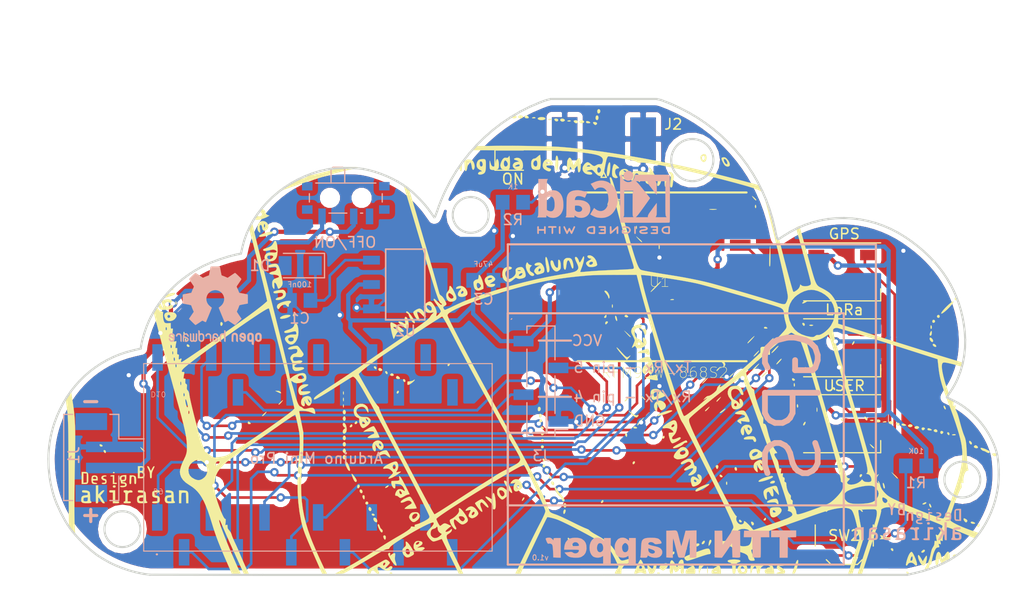
<source format=kicad_pcb>
(kicad_pcb (version 20171130) (host pcbnew 5.0.2-bee76a0~70~ubuntu18.04.1)
  (layers (0 F.Cu signal) (31 B.Cu signal) (34 B.Paste user) (35 F.Paste user) (36 B.SilkS user) (37 F.SilkS user) (38 B.Mask user) (39 F.Mask user) (44 Edge.Cuts user))
  (net 0 "")
  (net 1 "Net-(IC1-Pad1)")
  (net 2 "Net-(IC1-Pad3)")
  (net 3 "Net-(IC1-Pad4)")
  (net 4 "Net-(IC1-Pad8)")
  (net 5 "Net-(IC1-Pad24)")
  (net 6 "Net-(C1-Pad1)")
  (net 7 GND)
  (net 8 +3,3V)
  (net 9 VBAT_SW)
  (net 10 TX_GPS)
  (net 11 RX_GPS)
  (net 12 D13)
  (net 13 D12)
  (net 14 D11)
  (net 15 VBAT)
  (net 16 ANT)
  (net 17 NEOPIXELS)
  (net 18 "Net-(LED1-Pad2)")
  (net 19 "Net-(LED2-Pad2)")
  (net 20 PUSHBUTTON)
  (net 21 "Net-(D2-Pad2)")
  (module lora_node_rfm95_minipro:akirasan_logo (layer B.Cu) (at 178.8 107.1 180)
    (fp_text reference Ref** hide)
    (fp_text value Val** hide)
  )
  (module lora_node_rfm95_minipro:SMA_Molex_73251-1153_EdgeMount_Horizontal (layer F.Cu) (at 149.4028 71.9328 270)
    (fp_text reference J2 (at -2.5328 -6.5972) (layer F.SilkS))
    (fp_text value Conn_ANT)
    (pad 1 smd rect (at -1.72 0 270) (size 5.08 2.29) (layers F.Cu F.Paste F.Mask) (net 16 ANT))
    (pad 2 smd rect (at -1.14 -3.73 270) (size 4.08 2.42) (layers F.Cu F.Paste F.Mask) (net 7 GND))
    (pad 2 smd rect (at -1.16 3.69 270) (size 4.08 2.42) (layers F.Cu F.Paste F.Mask) (net 7 GND))
    (pad 2 smd rect (at -1.14 -3.74 270) (size 4.08 2.42) (layers B.Cu B.Paste B.Mask) (net 7 GND))
    (pad 2 smd rect (at -1.16 3.7 270) (size 4.08 2.42) (layers B.Cu B.Paste B.Mask) (net 7 GND))
    (pad 2 thru_hole circle (at 1.71 -3.74 270) (size 0.97 0.97) (drill 0.46) (layers *.Cu) (net 7 GND))
    (pad 2 thru_hole circle (at 1.62 3.69 270) (size 0.97 0.97) (drill 0.46) (layers *.Cu) (net 7 GND))
    (pad 2 smd rect (at 1.26 -3.74 270) (size 0.95 0.46) (layers F.Cu) (net 7 GND))
    (pad 2 smd rect (at 1.17 3.69 270) (size 0.95 0.46) (layers F.Cu) (net 7 GND))
    (pad 2 smd rect (at 1.26 -3.74 270) (size 0.95 0.46) (layers B.Cu) (net 7 GND))
    (pad 2 smd rect (at 1.17 3.69 270) (size 0.95 0.46) (layers B.Cu) (net 7 GND))
  )
  (module lora_node_rfm95_minipro:SOT230P696X180-4N (layer B.Cu) (at 130.6 84.6)
    (fp_text reference U2 (at 0 4.4) (layer B.SilkS) (effects (justify mirror)))
    (fp_text value LMS8117AMP-3.3 hide)
    (pad 1 smd rect (at -3.2004 2.3114) (size 1.6002 0.8382) (layers B.Cu B.Paste B.Mask) (net 7 GND))
    (pad 2 smd rect (at -3.2004 0) (size 1.6002 0.8382) (layers B.Cu B.Paste B.Mask) (net 8 +3,3V))
    (pad 3 smd rect (at -3.2004 -2.3114) (size 1.6002 0.8382) (layers B.Cu B.Paste B.Mask) (net 6 "Net-(C1-Pad1)"))
    (pad 4 smd rect (at 3.2004 0) (size 1.6002 3.0988) (layers B.Cu B.Paste B.Mask))
  )
  (module LED_SMD:LED_WS2812B_PLCC4_5.0x5.0mm_P3.2mm (layer F.Cu) (at 172 97.8)
    (fp_text reference LED3 hide)
    (fp_text value WS2812B)
    (pad 3 smd rect (at 2.45 1.6) (size 1.5 1) (layers F.Cu F.Paste F.Mask) (net 7 GND))
    (pad 4 smd rect (at 2.45 -1.6) (size 1.5 1) (layers F.Cu F.Paste F.Mask) (net 19 "Net-(LED2-Pad2)"))
    (pad 2 smd rect (at -2.45 1.6) (size 1.5 1) (layers F.Cu F.Paste F.Mask))
    (pad 1 smd rect (at -2.45 -1.6) (size 1.5 1) (layers F.Cu F.Paste F.Mask) (net 8 +3,3V))
  )
  (module LED_SMD:LED_WS2812B_PLCC4_5.0x5.0mm_P3.2mm (layer F.Cu) (at 172 90.6)
    (fp_text reference LED2 hide)
    (fp_text value WS2812B)
    (pad 1 smd rect (at -2.45 -1.6) (size 1.5 1) (layers F.Cu F.Paste F.Mask) (net 8 +3,3V))
    (pad 2 smd rect (at -2.45 1.6) (size 1.5 1) (layers F.Cu F.Paste F.Mask) (net 19 "Net-(LED2-Pad2)"))
    (pad 4 smd rect (at 2.45 -1.6) (size 1.5 1) (layers F.Cu F.Paste F.Mask) (net 18 "Net-(LED1-Pad2)"))
    (pad 3 smd rect (at 2.45 1.6) (size 1.5 1) (layers F.Cu F.Paste F.Mask) (net 7 GND))
  )
  (module LED_SMD:LED_WS2812B_PLCC4_5.0x5.0mm_P3.2mm (layer F.Cu) (at 172 83.4)
    (fp_text reference LED1 hide)
    (fp_text value WS2812B)
    (pad 3 smd rect (at 2.45 1.6) (size 1.5 1) (layers F.Cu F.Paste F.Mask) (net 7 GND))
    (pad 4 smd rect (at 2.45 -1.6) (size 1.5 1) (layers F.Cu F.Paste F.Mask) (net 17 NEOPIXELS))
    (pad 2 smd rect (at -2.45 1.6) (size 1.5 1) (layers F.Cu F.Paste F.Mask) (net 18 "Net-(LED1-Pad2)"))
    (pad 1 smd rect (at -2.45 -1.6) (size 1.5 1) (layers F.Cu F.Paste F.Mask) (net 8 +3,3V))
  )
  (module lora_node_rfm95_minipro:GPS_module_SMD (layer B.Cu) (at 143.4592 93.7768)
    (fp_text reference J3 (at 0.0508 7.0612) (layer B.SilkS) (effects (justify mirror)))
    (fp_text value Conn_GPS)
    (fp_text user GPS (at 23.94 2.28 -90) (layer B.SilkS) (effects (font (size 5 5) (thickness 0.55)) (justify mirror)))
    (pad 3 smd rect (at 1.65 -1.27) (size 1.9 1) (layers B.Cu B.Paste B.Mask) (net 10 TX_GPS))
    (pad 1 smd rect (at 1.65 3.81) (size 1.9 1) (layers B.Cu B.Paste B.Mask) (net 7 GND))
    (pad 4 smd rect (at -1.65 -3.81) (size 1.9 1) (layers B.Cu B.Paste B.Mask) (net 8 +3,3V))
    (pad 2 smd rect (at -1.65 1.27) (size 1.9 1) (layers B.Cu B.Paste B.Mask) (net 11 RX_GPS))
  )
  (module lora_node_rfm95_minipro:ARDPROMINI5_SMD (layer B.Cu) (at 107.0864 108.6104)
    (fp_text reference IC1 hide)
    (fp_text value ARD-PRO-MINI-5 hide)
    (pad 24 smd rect (at 0.047041 -17.091302 90) (size 2.51 1) (layers B.Cu B.Paste B.Mask) (net 5 "Net-(IC1-Pad24)"))
    (pad 22 smd rect (at 5.127041 -17.091302 90) (size 2.51 1) (layers B.Cu B.Paste B.Mask) (net 13 D12))
    (pad 20 smd rect (at 10.207041 -17.091302 90) (size 2.51 1) (layers B.Cu B.Paste B.Mask))
    (pad 18 smd rect (at 15.287041 -17.091302 90) (size 2.51 1) (layers B.Cu B.Paste B.Mask))
    (pad 16 smd rect (at 20.367041 -17.091302 90) (size 2.51 1) (layers B.Cu B.Paste B.Mask) (net 8 +3,3V))
    (pad 14 smd rect (at 25.447041 -17.091302 90) (size 2.51 1) (layers B.Cu B.Paste B.Mask))
    (pad 23 smd rect (at 2.587041 -13.781302 90) (size 2.51 1) (layers B.Cu B.Paste B.Mask) (net 14 D11))
    (pad 21 smd rect (at 7.667041 -13.781302 90) (size 2.51 1) (layers B.Cu B.Paste B.Mask) (net 12 D13))
    (pad 19 smd rect (at 12.747041 -13.781302 90) (size 2.51 1) (layers B.Cu B.Paste B.Mask))
    (pad 17 smd rect (at 17.827041 -13.781302 90) (size 2.51 1) (layers B.Cu B.Paste B.Mask))
    (pad 15 smd rect (at 22.907041 -13.781302 90) (size 2.51 1) (layers B.Cu B.Paste B.Mask))
    (pad 13 smd rect (at 27.987041 -13.781302 90) (size 2.51 1) (layers B.Cu B.Paste B.Mask))
    (pad 12 smd rect (at 27.96 1.385 270) (size 2.51 1) (layers B.Cu B.Paste B.Mask))
    (pad 10 smd rect (at 22.88 1.385 270) (size 2.51 1) (layers B.Cu B.Paste B.Mask))
    (pad 8 smd rect (at 17.8 1.385 270) (size 2.51 1) (layers B.Cu B.Paste B.Mask) (net 4 "Net-(IC1-Pad8)"))
    (pad 6 smd rect (at 12.72 1.385 270) (size 2.51 1) (layers B.Cu B.Paste B.Mask) (net 11 RX_GPS))
    (pad 4 smd rect (at 7.64 1.385 270) (size 2.51 1) (layers B.Cu B.Paste B.Mask) (net 3 "Net-(IC1-Pad4)"))
    (pad 2 smd rect (at 2.56 1.385 270) (size 2.51 1) (layers B.Cu B.Paste B.Mask) (net 17 NEOPIXELS))
    (pad 11 smd rect (at 25.42 -1.925 270) (size 2.51 1) (layers B.Cu B.Paste B.Mask))
    (pad 9 smd rect (at 20.34 -1.925 270) (size 2.51 1) (layers B.Cu B.Paste B.Mask))
    (pad 7 smd rect (at 15.26 -1.925 270) (size 2.51 1) (layers B.Cu B.Paste B.Mask) (net 20 PUSHBUTTON))
    (pad 5 smd rect (at 10.18 -1.925 270) (size 2.51 1) (layers B.Cu B.Paste B.Mask) (net 10 TX_GPS))
    (pad 3 smd rect (at 5.1 -1.925 270) (size 2.51 1) (layers B.Cu B.Paste B.Mask) (net 2 "Net-(IC1-Pad3)"))
    (pad 1 smd rect (at 0.02 -1.925 270) (size 2.51 1) (layers B.Cu B.Paste B.Mask) (net 1 "Net-(IC1-Pad1)"))
  )
  (module Capacitor_SMD:C_0805_2012Metric_Pad1.29x1.40mm_HandSolder (layer B.Cu) (at 120.65 86.106 180)
    (fp_text reference C1 (at 0.05 -1.694 180) (layer B.SilkS) (effects (justify mirror)))
    (fp_text value 100nF (at 0.05 1.506 180) (layer B.SilkS) (effects (font (size 0.5 0.5) (thickness 0.08)) (justify mirror)))
    (pad 1 smd rect (at -0.9675 0 180) (size 1.295 1.4) (layers B.Cu B.Paste B.Mask) (net 6 "Net-(C1-Pad1)"))
    (pad 2 smd rect (at 0.9675 0 180) (size 1.295 1.4) (layers B.Cu B.Paste B.Mask) (net 7 GND))
  )
  (module Capacitor_SMD:C_0805_2012Metric_Pad1.29x1.40mm_HandSolder (layer B.Cu) (at 138 84.2)
    (fp_text reference C3 (at 0 1.8) (layer B.SilkS) (effects (justify mirror)))
    (fp_text value 47uF (at 0 -1.524) (layer B.SilkS) (effects (font (size 0.5 0.5) (thickness 0.08)) (justify mirror)))
    (pad 1 smd rect (at -0.9675 0) (size 1.295 1.4) (layers B.Cu B.Paste B.Mask) (net 8 +3,3V))
    (pad 2 smd rect (at 0.9675 0) (size 1.295 1.4) (layers B.Cu B.Paste B.Mask) (net 7 GND))
  )
  (module Diode_SMD:D_1206_3216Metric_Pad1.22x1.80mm_HandSolder (layer B.Cu) (at 120.65 82.804 180)
    (fp_text reference D1 (at 3.81 0 180) (layer B.SilkS) (effects (justify mirror)))
    (fp_text value D_Schottky_ALT)
    (pad 1 smd rect (at -1.43 0 180) (size 1.22 1.8) (layers B.Cu B.Paste B.Mask) (net 6 "Net-(C1-Pad1)"))
    (pad 2 smd rect (at 1.43 0 180) (size 1.22 1.8) (layers B.Cu B.Paste B.Mask) (net 9 VBAT_SW))
  )
  (module Button_Switch_SMD:SW_SPDT_PCM12 (layer B.Cu) (at 124.968 76.708)
    (fp_text reference SW1 hide)
    (fp_text value SW_SPDT)
    (pad "" np_thru_hole circle (at -1.5 -0.33) (size 0.9 0.9) (drill 0.9) (layers *.Cu *.Mask))
    (pad "" np_thru_hole circle (at 1.5 -0.33) (size 0.9 0.9) (drill 0.9) (layers *.Cu *.Mask))
    (pad 1 smd rect (at -2.25 1.43) (size 0.7 1.5) (layers B.Cu B.Paste B.Mask) (net 9 VBAT_SW))
    (pad 2 smd rect (at 0.75 1.43) (size 0.7 1.5) (layers B.Cu B.Paste B.Mask) (net 15 VBAT))
    (pad 3 smd rect (at 2.25 1.43) (size 0.7 1.5) (layers B.Cu B.Paste B.Mask))
    (pad "" smd rect (at -3.65 -1.43) (size 1 0.8) (layers B.Cu B.Paste B.Mask))
    (pad "" smd rect (at 3.65 -1.43) (size 1 0.8) (layers B.Cu B.Paste B.Mask))
    (pad "" smd rect (at 3.65 0.78) (size 1 0.8) (layers B.Cu B.Paste B.Mask))
    (pad "" smd rect (at -3.65 0.78) (size 1 0.8) (layers B.Cu B.Paste B.Mask))
  )
  (module Button_Switch_SMD:SW_SPST_TL3342 (layer F.Cu) (at 172.2 108.4)
    (fp_text reference SW2 (at 0 0) (layer F.SilkS))
    (fp_text value SW_Push)
    (pad 1 smd rect (at -3.15 -1.9) (size 1.7 1) (layers F.Cu F.Paste F.Mask) (net 7 GND))
    (pad 1 smd rect (at 3.15 -1.9) (size 1.7 1) (layers F.Cu F.Paste F.Mask) (net 7 GND))
    (pad 2 smd rect (at -3.15 1.9) (size 1.7 1) (layers F.Cu F.Paste F.Mask) (net 20 PUSHBUTTON))
    (pad 2 smd rect (at 3.15 1.9) (size 1.7 1) (layers F.Cu F.Paste F.Mask) (net 20 PUSHBUTTON))
  )
  (module Connector_JST:JST_PH_B2B-PH-SM4-TB_1x02-1MP_P2.00mm_Vertical (layer B.Cu) (at 102.6 101 270)
    (fp_text reference J1 (at -0.2 3.4 270) (layer B.SilkS) (effects (justify mirror)))
    (fp_text value Conn_BAT)
    (pad 1 smd rect (at -1 -0.5 270) (size 1 5.5) (layers B.Cu B.Paste B.Mask) (net 7 GND))
    (pad 2 smd rect (at 1 -0.5 270) (size 1 5.5) (layers B.Cu B.Paste B.Mask) (net 15 VBAT))
    (pad MP smd rect (at -3.4 1.75 270) (size 1.6 3) (layers B.Cu B.Paste B.Mask))
    (pad MP smd rect (at 3.4 1.75 270) (size 1.6 3) (layers B.Cu B.Paste B.Mask))
  )
  (module lora_node_rfm95_minipro:XCVR_RFM95W-868S2 (layer F.Cu) (at 154.94 83.8708 180)
    (fp_text reference U1 (at 0.254 -0.4572 180) (layer F.SilkS) (effects (font (size 1.00347 1.00347) (thickness 0.05))))
    (fp_text value RFM95W-868S2 (at -0.26 -9.0932 180) (layer F.SilkS) (effects (font (size 1.00334 1.00334) (thickness 0.05))))
    (pad 16 smd rect (at 7.4 -7) (size 1.95 1.05) (layers F.Cu F.Paste F.Mask) (net 2 "Net-(IC1-Pad3)"))
    (pad 15 smd rect (at 7.4 -5) (size 1.95 1.05) (layers F.Cu F.Paste F.Mask) (net 3 "Net-(IC1-Pad4)"))
    (pad 14 smd rect (at 7.4 -3) (size 1.95 1.05) (layers F.Cu F.Paste F.Mask) (net 4 "Net-(IC1-Pad8)"))
    (pad 13 smd rect (at 7.4 -1) (size 1.95 1.05) (layers F.Cu F.Paste F.Mask) (net 8 +3,3V))
    (pad 12 smd rect (at 7.4 1) (size 1.95 1.05) (layers F.Cu F.Paste F.Mask))
    (pad 11 smd rect (at 7.4 3) (size 1.95 1.05) (layers F.Cu F.Paste F.Mask))
    (pad 10 smd rect (at 7.4 5) (size 1.95 1.05) (layers F.Cu F.Paste F.Mask))
    (pad 9 smd rect (at 7.4 7) (size 1.95 1.05) (layers F.Cu F.Paste F.Mask) (net 16 ANT))
    (pad 8 smd rect (at -7.4 7 180) (size 1.95 1.05) (layers F.Cu F.Paste F.Mask))
    (pad 7 smd rect (at -7.4 5 180) (size 1.95 1.05) (layers F.Cu F.Paste F.Mask))
    (pad 6 smd rect (at -7.4 3 180) (size 1.95 1.05) (layers F.Cu F.Paste F.Mask) (net 1 "Net-(IC1-Pad1)"))
    (pad 5 smd rect (at -7.4 1 180) (size 1.95 1.05) (layers F.Cu F.Paste F.Mask) (net 5 "Net-(IC1-Pad24)"))
    (pad 4 smd rect (at -7.4 -1 180) (size 1.95 1.05) (layers F.Cu F.Paste F.Mask) (net 12 D13))
    (pad 3 smd rect (at -7.4 -3 180) (size 1.95 1.05) (layers F.Cu F.Paste F.Mask) (net 14 D11))
    (pad 2 smd rect (at -7.4 -5 180) (size 1.95 1.05) (layers F.Cu F.Paste F.Mask) (net 13 D12))
    (pad 1 smd rect (at -7.4 -7 180) (size 1.95 1.05) (layers F.Cu F.Paste F.Mask) (net 7 GND))
  )
  (module Diode_SMD:D_0805_2012Metric_Pad1.12x1.40mm_HandSolder (layer F.Cu) (at 140.8 72.8)
    (fp_text reference D2 hide)
    (fp_text value LED)
    (pad 1 smd rect (at -0.88 0) (size 1.12 1.4) (layers F.Cu F.Paste F.Mask) (net 7 GND))
    (pad 2 smd rect (at 0.88 0) (size 1.12 1.4) (layers F.Cu F.Paste F.Mask) (net 21 "Net-(D2-Pad2)"))
  )
  (module Resistor_SMD:R_0805_2012Metric_Pad1.29x1.40mm_HandSolder (layer B.Cu) (at 179 101.8 180)
    (fp_text reference R1 (at 0 -1.6 180) (layer B.SilkS) (effects (justify mirror)))
    (fp_text value 10K (at 0 1.4 180) (layer B.SilkS) (effects (font (size 0.5 0.5) (thickness 0.08)) (justify mirror)))
    (pad 2 smd rect (at 0.9675 0 180) (size 1.295 1.4) (layers B.Cu B.Paste B.Mask) (net 20 PUSHBUTTON))
    (pad 1 smd rect (at -0.9675 0 180) (size 1.295 1.4) (layers B.Cu B.Paste B.Mask) (net 8 +3,3V))
  )
  (module Resistor_SMD:R_0805_2012Metric_Pad1.29x1.40mm_HandSolder (layer B.Cu) (at 140.8 76.8)
    (fp_text reference R2 (at 0 1.65) (layer B.SilkS) (effects (justify mirror)))
    (fp_text value 1K (at 0 -1.5) (layer B.SilkS) (effects (font (size 0.5 0.5) (thickness 0.08)) (justify mirror)))
    (pad 1 smd rect (at -0.9675 0) (size 1.295 1.4) (layers B.Cu B.Paste B.Mask) (net 8 +3,3V))
    (pad 2 smd rect (at 0.9675 0) (size 1.295 1.4) (layers B.Cu B.Paste B.Mask) (net 21 "Net-(D2-Pad2)"))
  )
  (module lora_node_rfm95_minipro:calles_ok (layer F.Cu) (at 143.2 72.4)
    (fp_text reference "" (at 0 0) (layer F.SilkS) (effects (font (size 1.27 1.27))))
    (fp_text value "" (at 0 0) (layer F.SilkS) (effects (font (size 1.27 1.27))))
  )
  (module lora_node_rfm95_minipro:arduino_small_logo (layer F.Cu) (at 153.2 104.9)
    (fp_text reference "" (at 0 0) (layer F.SilkS) (effects (font (size 1.27 1.27))))
    (fp_text value "" (at 0 0) (layer F.SilkS) (effects (font (size 1.27 1.27))))
  )
  (module lora_node_rfm95_minipro:lorawan_logo_small (layer F.Cu) (at 104.1 98.3)
    (fp_text reference Ref** hide)
    (fp_text value Val** hide)
  )
  (module lora_node_rfm95_minipro:ttnmapper_logo (layer F.Cu) (at 128.2 107.9)
    (fp_text reference Ref** hide)
    (fp_text value Val** hide)
  )
  (module lora_node_rfm95_minipro:ttn_cat_logo_small_silks (layer F.Cu) (at 131.7 97)
    (fp_text reference Ref** hide)
    (fp_text value Val** hide)
  )
  (module Symbol:KiCad-Logo2_6mm_SilkScreen (layer B.Cu) (at 149.4 76.8 180)
    (fp_text reference REF** hide)
    (fp_text value KiCad-Logo2_6mm_SilkScreen hide)
  )
  (module Symbol:OSHW-Logo2_9.8x8mm_SilkScreen (layer B.Cu) (at 112.6 86.6 180)
    (fp_text reference REF** hide)
    (fp_text value OSHW-Logo2_9.8x8mm_SilkScreen hide)
  )
  (module lora_node_rfm95_minipro:akirasan_logo (layer F.Cu) (at 104.4 103.6)
    (fp_text reference Ref** hide)
    (fp_text value Val** hide)
  )
  (module lora_node_rfm95_minipro:ttnmapper_logo_small_silks (layer B.Cu) (at 156.9 109.4 180)
    (fp_text reference Ref** hide)
    (fp_text value Val** hide)
  )
  (gr_text v1.0 (at 143.4 110.5) (layer B.SilkS) (effects (font (size 0.5 0.5) (thickness 0.08)) (justify mirror)))
  (gr_text ANT (at 150.4 76.8) (layer F.SilkS) (effects (font (size 0.5 0.5))))
  (gr_text USER (at 172.2 94.2) (layer F.SilkS) (effects (font (size 1 1))))
  (gr_text LoRa (at 172.2 87) (layer F.SilkS) (effects (font (size 1 1))))
  (gr_text GPS (at 172.2 79.8) (layer F.SilkS) (effects (font (size 1 1))))
  (gr_text D9 (at 107.2 104.2 180) (layer B.SilkS) (effects (font (size 0.5 0.5) (thickness 0.05)) (justify mirror)))
  (gr_text D10 (at 107.2 95 180) (layer B.SilkS) (effects (font (size 0.5 0.5) (thickness 0.05)) (justify mirror)))
  (gr_text OFF/ON (at 124.9 80.6) (layer B.SilkS) (effects (font (size 1 1)) (justify mirror)))
  (gr_text ON (at 140.8 74.6) (layer F.SilkS) (effects (font (size 1 1))))
  (gr_line (start 144.4 67) (end 154.4 67) (layer Edge.Cuts) (width 0.2))
  (gr_text "Arduino Mini Pro" (at 122.174 101.092) (layer B.SilkS) (effects (font (size 1 1)) (justify mirror)))
  (gr_line (start 146.304 95.25) (end 143.256 95.25) (layer B.SilkS) (width 0.2))
  (gr_line (start 146.304 89.916) (end 143.256 89.916) (layer B.SilkS) (width 0.2))
  (gr_text "Tx/Rx - pin 5" (at 152.146 92.456) (layer B.SilkS) (effects (font (size 1 1)) (justify mirror)))
  (gr_text "Rx/Tx - pin 4" (at 152.146 95.25) (layer B.SilkS) (effects (font (size 1 1)) (justify mirror)))
  (gr_text GND (at 148.082 97.536) (layer B.SilkS) (effects (font (size 1 1)) (justify mirror)))
  (gr_text VCC (at 147.828 89.916) (layer B.SilkS) (effects (font (size 1 1)) (justify mirror)))
  (gr_text - (at 100.8 95.6) (layer B.SilkS) (effects (font (size 1.5 1.5) (thickness 0.3))))
  (gr_text + (at 100.8 106.4) (layer B.SilkS) (effects (font (size 1.5 1.5) (thickness 0.3))))
  (gr_circle (center 183.388 103.1) (end 185.088 103.1) (layer Edge.Cuts) (width 0.2))
  (gr_circle (center 103.8 107.8) (end 105.5 107.8) (layer Edge.Cuts) (width 0.2))
  (gr_circle (center 136.8 78) (end 138.5 78) (layer Edge.Cuts) (width 0.2))
  (gr_circle (center 157.8 72.8) (end 159.8 72.8) (layer Edge.Cuts) (width 0.2))
  (gr_line (start 155.732002 67.450986) (end 156.622766 67.855592) (layer Edge.Cuts) (width 0.2))
  (gr_line (start 123.56669 73.623739) (end 123.982539 73.58379) (layer Edge.Cuts) (width 0.2))
  (gr_line (start 97.355788 97.73724) (end 97.597831 97.088746) (layer Edge.Cuts) (width 0.2))
  (gr_line (start 156.622766 67.855592) (end 157.474627 68.297751) (layer Edge.Cuts) (width 0.2))
  (gr_line (start 99.312716 94.227568) (end 99.748309 93.73928) (layer Edge.Cuts) (width 0.2))
  (gr_line (start 178.163451 112.134568) (end 142.417134 112.143564) (layer Edge.Cuts) (width 0.2))
  (gr_line (start 178.905842 111.962906) (end 178.163451 112.134568) (layer Edge.Cuts) (width 0.2))
  (gr_line (start 115.164915 81.077803) (end 115.342477 80.411529) (layer Edge.Cuts) (width 0.2))
  (gr_line (start 186.738141 103.997943) (end 186.626744 104.571083) (layer Edge.Cuts) (width 0.2))
  (gr_line (start 185.589471 98.30059) (end 185.811666 98.645554) (layer Edge.Cuts) (width 0.2))
  (gr_line (start 106.746068 87.223359) (end 106.983781 86.833813) (layer Edge.Cuts) (width 0.2))
  (gr_line (start 166.07149 80.241587) (end 166.424735 80.008331) (layer Edge.Cuts) (width 0.2))
  (gr_line (start 129.874807 74.836036) (end 130.354399 75.12676) (layer Edge.Cuts) (width 0.2))
  (gr_line (start 97.597831 97.088746) (end 97.875102 96.464223) (layer Edge.Cuts) (width 0.2))
  (gr_line (start 133.986366 76.645955) (end 134.193209 76.154677) (layer Edge.Cuts) (width 0.2))
  (gr_line (start 105.535274 90.675854) (end 105.578185 90.366477) (layer Edge.Cuts) (width 0.2))
  (gr_line (start 159.080846 69.314298) (end 159.832392 69.885097) (layer Edge.Cuts) (width 0.2))
  (gr_line (start 182.13741 110.745294) (end 181.640285 111.009083) (layer Edge.Cuts) (width 0.2))
  (gr_line (start 182.614557 110.453009) (end 182.13741 110.745294) (layer Edge.Cuts) (width 0.2))
  (gr_line (start 96.827232 100.269355) (end 96.873399 99.837925) (layer Edge.Cuts) (width 0.2))
  (gr_line (start 181.921989 95.301327) (end 182.605477 95.64084) (layer Edge.Cuts) (width 0.2))
  (gr_line (start 97.225787 98.147793) (end 97.355788 97.73724) (layer Edge.Cuts) (width 0.2))
  (gr_line (start 183.070929 110.133313) (end 182.614557 110.453009) (layer Edge.Cuts) (width 0.2))
  (gr_line (start 130.793067 75.433682) (end 131.363641 75.909093) (layer Edge.Cuts) (width 0.2))
  (gr_line (start 101.759777 92.102382) (end 102.323975 91.777791) (layer Edge.Cuts) (width 0.2))
  (gr_line (start 186.107094 106.209568) (end 185.874793 106.72503) (layer Edge.Cuts) (width 0.2))
  (gr_line (start 107.509684 86.08573) (end 107.797146 85.727908) (layer Edge.Cuts) (width 0.2))
  (gr_line (start 186.310408 105.678047) (end 186.107094 106.209568) (layer Edge.Cuts) (width 0.2))
  (gr_line (start 184.307039 109.02119) (end 183.917974 109.416265) (layer Edge.Cuts) (width 0.2))
  (gr_line (start 185.874793 106.72503) (end 185.61431 107.22324) (layer Edge.Cuts) (width 0.2))
  (gr_line (start 183.505661 109.787343) (end 183.070929 110.133313) (layer Edge.Cuts) (width 0.2))
  (gr_line (start 114.596668 81.75638) (end 115.033753 81.672083) (layer Edge.Cuts) (width 0.2))
  (gr_line (start 164.42073 75.715445) (end 164.795116 76.575338) (layer Edge.Cuts) (width 0.2))
  (gr_line (start 102.323975 91.777791) (end 102.91033 91.489236) (layer Edge.Cuts) (width 0.2))
  (gr_line (start 131.363641 75.909093) (end 131.945357 76.471362) (layer Edge.Cuts) (width 0.2))
  (gr_line (start 165.7643 79.966685) (end 165.821099 80.154963) (layer Edge.Cuts) (width 0.2))
  (gr_line (start 119.140687 75.411584) (end 119.757078 75.012778) (layer Edge.Cuts) (width 0.2))
  (gr_line (start 183.218958 92.818212) (end 182.958121 93.499461) (layer Edge.Cuts) (width 0.2))
  (gr_line (start 165.120527 77.458382) (end 165.395574 78.362792) (layer Edge.Cuts) (width 0.2))
  (gr_line (start 166.424735 80.008331) (end 167.08791 79.598883) (layer Edge.Cuts) (width 0.2))
  (gr_line (start 126.628332 73.642794) (end 127.169543 73.757232) (layer Edge.Cuts) (width 0.2))
  (gr_line (start 186.825552 103.121537) (end 186.792079 103.580351) (layer Edge.Cuts) (width 0.2))
  (gr_line (start 98.186416 95.864783) (end 98.530581 95.291431) (layer Edge.Cuts) (width 0.2))
  (gr_line (start 121.073692 74.33935) (end 121.768449 74.069747) (layer Edge.Cuts) (width 0.2))
  (gr_line (start 124.924548 73.545655) (end 125.865668 73.564732) (layer Edge.Cuts) (width 0.2))
  (gr_line (start 138.114591 70.637101) (end 138.898445 69.952494) (layer Edge.Cuts) (width 0.2))
  (gr_line (start 134.193209 76.154677) (end 134.414723 75.671902) (layer Edge.Cuts) (width 0.2))
  (gr_line (start 158.294459 68.784584) (end 159.080846 69.314298) (layer Edge.Cuts) (width 0.2))
  (gr_line (start 108.100464 85.38141) (end 108.41927 85.046579) (layer Edge.Cuts) (width 0.2))
  (gr_line (start 109.46498 84.115855) (end 109.842098 83.831401) (layer Edge.Cuts) (width 0.2))
  (gr_line (start 154.4 67) (end 154.857048 67.107509) (layer Edge.Cuts) (width 0.2))
  (gr_line (start 100.212 93.281471) (end 100.7026 92.855333) (layer Edge.Cuts) (width 0.2))
  (gr_line (start 100.444176 109.468891) (end 100.075931 109.118662) (layer Edge.Cuts) (width 0.2))
  (gr_line (start 161.863794 71.826091) (end 162.461816 72.543302) (layer Edge.Cuts) (width 0.2))
  (gr_line (start 163.017939 73.292639) (end 163.530738 74.072308) (layer Edge.Cuts) (width 0.2))
  (gr_line (start 177.344356 79.715008) (end 178.034331 80.139776) (layer Edge.Cuts) (width 0.2))
  (gr_line (start 127.169543 73.757232) (end 127.722376 73.910468) (layer Edge.Cuts) (width 0.2))
  (gr_line (start 183.917974 109.416265) (end 183.505661 109.787343) (layer Edge.Cuts) (width 0.2))
  (gr_line (start 184.243099 96.75807) (end 184.540078 97.03784) (layer Edge.Cuts) (width 0.2))
  (gr_line (start 99.748309 93.73928) (end 100.212 93.281471) (layer Edge.Cuts) (width 0.2))
  (gr_line (start 157.474627 68.297751) (end 158.294459 68.784584) (layer Edge.Cuts) (width 0.2))
  (gr_line (start 96.78526 101.138511) (end 96.797851 100.70306) (layer Edge.Cuts) (width 0.2))
  (gr_line (start 154.857048 67.107509) (end 155.732002 67.450986) (layer Edge.Cuts) (width 0.2))
  (gr_line (start 138.898445 69.952494) (end 139.724051 69.31764) (layer Edge.Cuts) (width 0.2))
  (gr_line (start 107.23844 86.454507) (end 107.509684 86.08573) (layer Edge.Cuts) (width 0.2))
  (gr_line (start 119.757078 75.012778) (end 120.402324 74.654527) (layer Edge.Cuts) (width 0.2))
  (gr_line (start 140.589146 68.734646) (end 141.49147 68.205607) (layer Edge.Cuts) (width 0.2))
  (gr_line (start 169.19461 78.70543) (end 169.926567 78.519134) (layer Edge.Cuts) (width 0.2))
  (gr_line (start 128.82789 74.318257) (end 129.36305 74.565283) (layer Edge.Cuts) (width 0.2))
  (gr_line (start 96.873399 99.837925) (end 96.936342 99.409433) (layer Edge.Cuts) (width 0.2))
  (gr_line (start 126.280408 73.59627) (end 126.628332 73.642794) (layer Edge.Cuts) (width 0.2))
  (gr_line (start 98.831559 107.71256) (end 98.605228 107.377995) (layer Edge.Cuts) (width 0.2))
  (gr_line (start 175.913751 79.031682) (end 176.636559 79.345631) (layer Edge.Cuts) (width 0.2))
  (gr_line (start 106.087488 88.596653) (end 106.322947 88.031635) (layer Edge.Cuts) (width 0.2))
  (gr_line (start 133.79449 77.14547) (end 133.986366 76.645955) (layer Edge.Cuts) (width 0.2))
  (gr_line (start 182.27479 84.612001) (end 182.572182 85.195407) (layer Edge.Cuts) (width 0.2))
  (gr_line (start 183.408876 87.693524) (end 183.529267 88.358263) (layer Edge.Cuts) (width 0.2))
  (gr_line (start 101.474105 110.308149) (end 101.156513 110.076639) (layer Edge.Cuts) (width 0.2))
  (gr_line (start 102.035306 110.66158) (end 101.474105 110.308149) (layer Edge.Cuts) (width 0.2))
  (gr_line (start 97.415723 104.985235) (end 97.289697 104.611035) (layer Edge.Cuts) (width 0.2))
  (gr_line (start 118.555884 75.848432) (end 119.140687 75.411584) (layer Edge.Cuts) (width 0.2))
  (gr_line (start 181.172724 82.963435) (end 181.574941 83.49583) (layer Edge.Cuts) (width 0.2))
  (gr_line (start 98.379039 107.009245) (end 97.945994 106.207134) (layer Edge.Cuts) (width 0.2))
  (gr_line (start 101.156513 110.076639) (end 100.808785 109.792582) (layer Edge.Cuts) (width 0.2))
  (gr_line (start 105.755074 112.032148) (end 105.111036 111.899565) (layer Edge.Cuts) (width 0.2))
  (gr_line (start 103.841114 111.515417) (end 103.222389 111.266497) (layer Edge.Cuts) (width 0.2))
  (gr_line (start 108.7532 84.723788) (end 109.101892 84.413431) (layer Edge.Cuts) (width 0.2))
  (gr_line (start 184.82431 97.333327) (end 185.094687 97.643154) (layer Edge.Cuts) (width 0.2))
  (gr_line (start 99.381525 108.390635) (end 99.081864 108.038871) (layer Edge.Cuts) (width 0.2))
  (gr_line (start 183.529267 88.358263) (end 183.613907 89.038718) (layer Edge.Cuts) (width 0.2))
  (gr_line (start 99.081864 108.038871) (end 98.831559 107.71256) (layer Edge.Cuts) (width 0.2))
  (gr_line (start 163.530738 74.072308) (end 163.998807 74.880502) (layer Edge.Cuts) (width 0.2))
  (gr_line (start 186.015601 98.99954) (end 186.200169 99.361278) (layer Edge.Cuts) (width 0.2))
  (gr_line (start 132.482564 77.063079) (end 132.717077 77.352038) (layer Edge.Cuts) (width 0.2))
  (gr_line (start 96.810475 102.012218) (end 96.78526 101.138511) (layer Edge.Cuts) (width 0.2))
  (gr_line (start 123.982539 73.58379) (end 124.924548 73.545655) (layer Edge.Cuts) (width 0.2))
  (gr_line (start 130.354399 75.12676) (end 130.793067 75.433682) (layer Edge.Cuts) (width 0.2))
  (gr_line (start 183.420452 92.106668) (end 183.218958 92.818212) (layer Edge.Cuts) (width 0.2))
  (gr_line (start 183.641535 90.608994) (end 183.561641 91.368904) (layer Edge.Cuts) (width 0.2))
  (gr_line (start 116.58719 77.926073) (end 117.018322 77.362151) (layer Edge.Cuts) (width 0.2))
  (gr_line (start 186.364256 99.729393) (end 186.506769 100.102588) (layer Edge.Cuts) (width 0.2))
  (gr_line (start 164.795116 76.575338) (end 165.120527 77.458382) (layer Edge.Cuts) (width 0.2))
  (gr_line (start 161.225278 71.142783) (end 161.863794 71.826091) (layer Edge.Cuts) (width 0.2))
  (gr_line (start 106.983781 86.833813) (end 107.23844 86.454507) (layer Edge.Cuts) (width 0.2))
  (gr_line (start 185.811666 98.645554) (end 186.015601 98.99954) (layer Edge.Cuts) (width 0.2))
  (gr_line (start 105.863588 89.240887) (end 106.087488 88.596653) (layer Edge.Cuts) (width 0.2))
  (gr_line (start 132.91959 77.626829) (end 133.35 78.232) (layer Edge.Cuts) (width 0.2))
  (gr_line (start 98.530581 95.291431) (end 98.906411 94.745358) (layer Edge.Cuts) (width 0.2))
  (gr_line (start 128.278081 74.09873) (end 128.82789 74.318257) (layer Edge.Cuts) (width 0.2))
  (gr_line (start 180.991479 111.306211) (end 180.343689 111.555792) (layer Edge.Cuts) (width 0.2))
  (gr_line (start 181.640285 111.009083) (end 180.991479 111.306211) (layer Edge.Cuts) (width 0.2))
  (gr_line (start 160.54767 70.495194) (end 161.225278 71.142783) (layer Edge.Cuts) (width 0.2))
  (gr_line (start 115.033753 81.672083) (end 115.164915 81.077803) (layer Edge.Cuts) (width 0.2))
  (gr_line (start 97.289697 104.611035) (end 97.167752 104.18376) (layer Edge.Cuts) (width 0.2))
  (gr_line (start 159.832392 69.885097) (end 160.54767 70.495194) (layer Edge.Cuts) (width 0.2))
  (gr_line (start 115.57622 79.760728) (end 115.863407 79.127866) (layer Edge.Cuts) (width 0.2))
  (gr_line (start 143.895353 67.132835) (end 144.4 67) (layer Edge.Cuts) (width 0.2))
  (gr_line (start 142.42877 67.732616) (end 143.398783 67.317784) (layer Edge.Cuts) (width 0.2))
  (gr_line (start 127.722376 73.910468) (end 128.278081 74.09873) (layer Edge.Cuts) (width 0.2))
  (gr_line (start 111.054 83.06067) (end 111.483598 82.832467) (layer Edge.Cuts) (width 0.2))
  (gr_line (start 116.201307 78.51548) (end 116.58719 77.926073) (layer Edge.Cuts) (width 0.2))
  (gr_line (start 101.218923 92.461951) (end 101.759777 92.102382) (layer Edge.Cuts) (width 0.2))
  (gr_line (start 180.73578 82.448345) (end 181.172724 82.963435) (layer Edge.Cuts) (width 0.2))
  (gr_line (start 121.768449 74.069747) (end 122.483864 73.848233) (layer Edge.Cuts) (width 0.2))
  (gr_line (start 117.491969 76.826227) (end 118.005399 76.320819) (layer Edge.Cuts) (width 0.2))
  (gr_line (start 172.928278 78.330748) (end 173.683166 78.422688) (layer Edge.Cuts) (width 0.2))
  (gr_line (start 172.172363 78.294389) (end 172.928278 78.330748) (layer Edge.Cuts) (width 0.2))
  (gr_line (start 100.075931 109.118662) (end 99.717297 108.754939) (layer Edge.Cuts) (width 0.2))
  (gr_line (start 106.322947 88.031635) (end 106.525669 87.622774) (layer Edge.Cuts) (width 0.2))
  (gr_line (start 168.47565 78.947468) (end 169.19461 78.70543) (layer Edge.Cuts) (width 0.2))
  (gr_line (start 133.451426 78.08862) (end 133.617841 77.652962) (layer Edge.Cuts) (width 0.2))
  (gr_line (start 186.506769 100.102588) (end 186.626622 100.479566) (layer Edge.Cuts) (width 0.2))
  (gr_line (start 179.758206 81.471027) (end 180.264237 81.950822) (layer Edge.Cuts) (width 0.2))
  (gr_line (start 183.934466 96.495285) (end 184.243099 96.75807) (layer Edge.Cuts) (width 0.2))
  (gr_line (start 182.638878 94.146394) (end 182.45767 94.455718) (layer Edge.Cuts) (width 0.2))
  (gr_line (start 185.326481 107.703088) (end 185.012106 108.163463) (layer Edge.Cuts) (width 0.2))
  (gr_line (start 96.797851 100.70306) (end 96.827232 100.269355) (layer Edge.Cuts) (width 0.2))
  (gr_line (start 182.572182 85.195407) (end 182.834394 85.795456) (layer Edge.Cuts) (width 0.2))
  (gr_line (start 98.605228 107.377995) (end 98.379039 107.009245) (layer Edge.Cuts) (width 0.2))
  (gr_line (start 115.342477 80.411529) (end 115.57622 79.760728) (layer Edge.Cuts) (width 0.2))
  (gr_line (start 117.091921 112.140389) (end 106.400597 112.122397) (layer Edge.Cuts) (width 0.2))
  (gr_line (start 142.417134 112.143564) (end 117.091921 112.140389) (layer Edge.Cuts) (width 0.2))
  (gr_line (start 186.833119 102.149696) (end 186.839098 102.638778) (layer Edge.Cuts) (width 0.2))
  (gr_line (start 131.945357 76.471362) (end 132.482564 77.063079) (layer Edge.Cuts) (width 0.2))
  (gr_line (start 118.005399 76.320819) (end 118.555884 75.848432) (layer Edge.Cuts) (width 0.2))
  (gr_line (start 143.398783 67.317784) (end 143.895353 67.132835) (layer Edge.Cuts) (width 0.2))
  (gr_line (start 108.41927 85.046579) (end 108.7532 84.723788) (layer Edge.Cuts) (width 0.2))
  (gr_line (start 139.724051 69.31764) (end 140.589146 68.734646) (layer Edge.Cuts) (width 0.2))
  (gr_line (start 167.08791 79.598883) (end 167.772485 79.245272) (layer Edge.Cuts) (width 0.2))
  (gr_line (start 186.626744 104.571083) (end 186.483895 105.131523) (layer Edge.Cuts) (width 0.2))
  (gr_line (start 182.834394 85.795456) (end 183.061322 86.411935) (layer Edge.Cuts) (width 0.2))
  (gr_line (start 182.011942 95.133687) (end 181.921989 95.301327) (layer Edge.Cuts) (width 0.2))
  (gr_line (start 179.660593 111.770448) (end 178.905842 111.962906) (layer Edge.Cuts) (width 0.2))
  (gr_line (start 180.343689 111.555792) (end 179.660593 111.770448) (layer Edge.Cuts) (width 0.2))
  (gr_line (start 182.949686 95.822318) (end 183.286654 96.0261) (layer Edge.Cuts) (width 0.2))
  (gr_line (start 186.483895 105.131523) (end 186.310408 105.678047) (layer Edge.Cuts) (width 0.2))
  (gr_line (start 135.441857 73.831027) (end 136.036117 72.968427) (layer Edge.Cuts) (width 0.2))
  (gr_line (start 183.252851 87.044686) (end 183.408876 87.693524) (layer Edge.Cuts) (width 0.2))
  (gr_line (start 117.018322 77.362151) (end 117.491969 76.826227) (layer Edge.Cuts) (width 0.2))
  (gr_line (start 181.574941 83.49583) (end 181.942336 84.045449) (layer Edge.Cuts) (width 0.2))
  (gr_line (start 123.217202 73.677325) (end 123.56669 73.623739) (layer Edge.Cuts) (width 0.2))
  (gr_line (start 109.101892 84.413431) (end 109.46498 84.115855) (layer Edge.Cuts) (width 0.2))
  (gr_line (start 176.636559 79.345631) (end 177.344356 79.715008) (layer Edge.Cuts) (width 0.2))
  (gr_line (start 185.61431 107.22324) (end 185.326481 107.703088) (layer Edge.Cuts) (width 0.2))
  (gr_line (start 133.365399 78.231878) (end 133.38818 78.206346) (layer Edge.Cuts) (width 0.2))
  (gr_line (start 178.643135 80.565331) (end 179.217802 81.009143) (layer Edge.Cuts) (width 0.2))
  (gr_line (start 165.920092 80.277862) (end 165.962738 80.281566) (layer Edge.Cuts) (width 0.2))
  (gr_line (start 167.772485 79.245272) (end 168.47565 78.947468) (layer Edge.Cuts) (width 0.2))
  (gr_line (start 105.683177 89.864166) (end 105.863588 89.240887) (layer Edge.Cuts) (width 0.2))
  (gr_line (start 98.906411 94.745358) (end 99.312716 94.227568) (layer Edge.Cuts) (width 0.2))
  (gr_line (start 182.605477 95.64084) (end 182.949686 95.822318) (layer Edge.Cuts) (width 0.2))
  (gr_line (start 97.945994 106.207134) (end 97.570268 105.382375) (layer Edge.Cuts) (width 0.2))
  (gr_line (start 113.880675 81.935397) (end 114.596668 81.75638) (layer Edge.Cuts) (width 0.2))
  (gr_line (start 136.681165 72.14716) (end 137.374744 71.369351) (layer Edge.Cuts) (width 0.2))
  (gr_line (start 182.262214 94.754962) (end 182.011942 95.133687) (layer Edge.Cuts) (width 0.2))
  (gr_line (start 165.962738 80.281566) (end 166.07149 80.241587) (layer Edge.Cuts) (width 0.2))
  (gr_line (start 104.471855 111.726872) (end 103.841114 111.515417) (layer Edge.Cuts) (width 0.2))
  (gr_line (start 97.016058 98.984538) (end 97.112541 98.563771) (layer Edge.Cuts) (width 0.2))
  (gr_line (start 97.167752 104.18376) (end 97.062644 103.753362) (layer Edge.Cuts) (width 0.2))
  (gr_line (start 173.683166 78.422688) (end 174.434246 78.570172) (layer Edge.Cuts) (width 0.2))
  (gr_line (start 112.177262 82.524227) (end 113.025244 82.208262) (layer Edge.Cuts) (width 0.2))
  (gr_line (start 110.232886 83.560494) (end 110.636975 83.303451) (layer Edge.Cuts) (width 0.2))
  (gr_line (start 165.821099 80.154963) (end 165.883252 80.25643) (layer Edge.Cuts) (width 0.2))
  (gr_line (start 186.792079 103.580351) (end 186.738141 103.997943) (layer Edge.Cuts) (width 0.2))
  (gr_line (start 163.998807 74.880502) (end 164.42073 75.715445) (layer Edge.Cuts) (width 0.2))
  (gr_line (start 102.91033 91.489236) (end 103.517654 91.237829) (layer Edge.Cuts) (width 0.2))
  (gr_line (start 185.094687 97.643154) (end 185.350108 97.965998) (layer Edge.Cuts) (width 0.2))
  (gr_line (start 97.112541 98.563771) (end 97.225787 98.147793) (layer Edge.Cuts) (width 0.2))
  (gr_line (start 185.350108 97.965998) (end 185.589471 98.30059) (layer Edge.Cuts) (width 0.2))
  (gr_line (start 186.200169 99.361278) (end 186.364256 99.729393) (layer Edge.Cuts) (width 0.2))
  (gr_line (start 103.517654 91.237829) (end 104.144754 91.024628) (layer Edge.Cuts) (width 0.2))
  (gr_line (start 132.717077 77.352038) (end 132.91959 77.626829) (layer Edge.Cuts) (width 0.2))
  (gr_line (start 134.414723 75.671902) (end 134.900633 74.732891) (layer Edge.Cuts) (width 0.2))
  (gr_line (start 111.483598 82.832467) (end 112.177262 82.524227) (layer Edge.Cuts) (width 0.2))
  (gr_line (start 120.402324 74.654527) (end 121.073692 74.33935) (layer Edge.Cuts) (width 0.2))
  (gr_line (start 165.883252 80.25643) (end 165.920092 80.277862) (layer Edge.Cuts) (width 0.2))
  (gr_line (start 183.061322 86.411935) (end 183.252851 87.044686) (layer Edge.Cuts) (width 0.2))
  (gr_line (start 103.222389 111.266497) (end 102.619261 110.981435) (layer Edge.Cuts) (width 0.2))
  (gr_line (start 96.902921 102.885423) (end 96.810475 102.012218) (layer Edge.Cuts) (width 0.2))
  (gr_line (start 96.974371 103.320318) (end 96.902921 102.885423) (layer Edge.Cuts) (width 0.2))
  (gr_line (start 181.942336 84.045449) (end 182.27479 84.612001) (layer Edge.Cuts) (width 0.2))
  (gr_line (start 178.034331 80.139776) (end 178.643135 80.565331) (layer Edge.Cuts) (width 0.2))
  (gr_line (start 110.636975 83.303451) (end 111.054 83.06067) (layer Edge.Cuts) (width 0.2))
  (gr_line (start 102.619261 110.981435) (end 102.035306 110.66158) (layer Edge.Cuts) (width 0.2))
  (gr_line (start 104.144754 91.024628) (end 104.790445 90.850823) (layer Edge.Cuts) (width 0.2))
  (gr_line (start 106.400597 112.122397) (end 106.400601 112.122291) (layer Edge.Cuts) (width 0.2))
  (gr_line (start 186.765356 101.22249) (end 186.80838 101.671805) (layer Edge.Cuts) (width 0.2))
  (gr_line (start 122.483864 73.848233) (end 123.217202 73.677325) (layer Edge.Cuts) (width 0.2))
  (gr_line (start 97.062644 103.753362) (end 96.974371 103.320318) (layer Edge.Cuts) (width 0.2))
  (gr_line (start 165.395574 78.362792) (end 165.618833 79.286772) (layer Edge.Cuts) (width 0.2))
  (gr_line (start 100.7026 92.855333) (end 101.218923 92.461951) (layer Edge.Cuts) (width 0.2))
  (gr_line (start 186.80838 101.671805) (end 186.833119 102.149696) (layer Edge.Cuts) (width 0.2))
  (gr_line (start 170.668712 78.388554) (end 171.418245 78.313651) (layer Edge.Cuts) (width 0.2))
  (gr_line (start 129.36305 74.565283) (end 129.874807 74.836036) (layer Edge.Cuts) (width 0.2))
  (gr_line (start 136.036117 72.968427) (end 136.681165 72.14716) (layer Edge.Cuts) (width 0.2))
  (gr_line (start 97.570268 105.382375) (end 97.415723 104.985235) (layer Edge.Cuts) (width 0.2))
  (gr_line (start 186.839098 102.638778) (end 186.825552 103.121537) (layer Edge.Cuts) (width 0.2))
  (gr_line (start 106.400393 112.123323) (end 105.755074 112.032148) (layer Edge.Cuts) (width 0.2))
  (gr_line (start 107.797146 85.727908) (end 108.100464 85.38141) (layer Edge.Cuts) (width 0.2))
  (gr_line (start 182.958121 93.499461) (end 182.80575 93.827465) (layer Edge.Cuts) (width 0.2))
  (gr_line (start 109.842098 83.831401) (end 110.232886 83.560494) (layer Edge.Cuts) (width 0.2))
  (gr_line (start 174.434246 78.570172) (end 175.178705 78.773184) (layer Edge.Cuts) (width 0.2))
  (gr_line (start 115.863407 79.127866) (end 116.201307 78.51548) (layer Edge.Cuts) (width 0.2))
  (gr_line (start 183.286654 96.0261) (end 183.61528 96.250837) (layer Edge.Cuts) (width 0.2))
  (gr_line (start 184.540078 97.03784) (end 184.82431 97.333327) (layer Edge.Cuts) (width 0.2))
  (gr_line (start 106.525669 87.622774) (end 106.746068 87.223359) (layer Edge.Cuts) (width 0.2))
  (gr_line (start 125.865668 73.564732) (end 126.280408 73.59627) (layer Edge.Cuts) (width 0.2))
  (gr_line (start 171.418245 78.313651) (end 172.172363 78.294389) (layer Edge.Cuts) (width 0.2))
  (gr_line (start 162.461816 72.543302) (end 163.017939 73.292639) (layer Edge.Cuts) (width 0.2))
  (gr_line (start 175.178705 78.773184) (end 175.913751 79.031682) (layer Edge.Cuts) (width 0.2))
  (gr_line (start 182.45767 94.455718) (end 182.262214 94.754962) (layer Edge.Cuts) (width 0.2))
  (gr_line (start 183.61528 96.250837) (end 183.934466 96.495285) (layer Edge.Cuts) (width 0.2))
  (gr_line (start 186.704568 100.819212) (end 186.765356 101.22249) (layer Edge.Cuts) (width 0.2))
  (gr_line (start 113.025244 82.208262) (end 113.880675 81.935397) (layer Edge.Cuts) (width 0.2))
  (gr_line (start 141.49147 68.205607) (end 142.42877 67.732616) (layer Edge.Cuts) (width 0.2))
  (gr_line (start 183.613907 89.038718) (end 183.659315 89.830907) (layer Edge.Cuts) (width 0.2))
  (gr_line (start 186.626622 100.479566) (end 186.704568 100.819212) (layer Edge.Cuts) (width 0.2))
  (gr_line (start 133.617841 77.652962) (end 133.79449 77.14547) (layer Edge.Cuts) (width 0.2))
  (gr_line (start 179.217802 81.009143) (end 179.758206 81.471027) (layer Edge.Cuts) (width 0.2))
  (gr_line (start 96.936342 99.409433) (end 97.016058 98.984538) (layer Edge.Cuts) (width 0.2))
  (gr_line (start 99.717297 108.754939) (end 99.381525 108.390635) (layer Edge.Cuts) (width 0.2))
  (gr_line (start 183.561641 91.368904) (end 183.420452 92.106668) (layer Edge.Cuts) (width 0.2))
  (gr_line (start 104.790445 90.850823) (end 105.535274 90.675854) (layer Edge.Cuts) (width 0.2))
  (gr_line (start 137.374744 71.369351) (end 138.114591 70.637101) (layer Edge.Cuts) (width 0.2))
  (gr_line (start 169.926567 78.519134) (end 170.668712 78.388554) (layer Edge.Cuts) (width 0.2))
  (gr_line (start 105.111036 111.899565) (end 104.471855 111.726872) (layer Edge.Cuts) (width 0.2))
  (gr_line (start 182.80575 93.827465) (end 182.638878 94.146394) (layer Edge.Cuts) (width 0.2))
  (gr_line (start 184.672013 108.603227) (end 184.307039 109.02119) (layer Edge.Cuts) (width 0.2))
  (gr_line (start 100.808785 109.792582) (end 100.444176 109.468891) (layer Edge.Cuts) (width 0.2))
  (gr_line (start 133.38818 78.206346) (end 133.451426 78.08862) (layer Edge.Cuts) (width 0.2))
  (gr_line (start 97.875102 96.464223) (end 98.186416 95.864783) (layer Edge.Cuts) (width 0.2))
  (gr_line (start 134.900633 74.732891) (end 135.441857 73.831027) (layer Edge.Cuts) (width 0.2))
  (gr_line (start 185.012106 108.163463) (end 184.672013 108.603227) (layer Edge.Cuts) (width 0.2))
  (gr_line (start 183.659315 89.830907) (end 183.641535 90.608994) (layer Edge.Cuts) (width 0.2))
  (gr_line (start 165.618833 79.286772) (end 165.7643 79.966685) (layer Edge.Cuts) (width 0.2))
  (gr_line (start 105.578185 90.366477) (end 105.683177 89.864166) (layer Edge.Cuts) (width 0.2))
  (gr_line (start 180.264237 81.950822) (end 180.73578 82.448345) (layer Edge.Cuts) (width 0.2))
  (gr_line (start 133.35 78.232) (end 133.365399 78.231878) (layer Edge.Cuts) (width 0.2))
  (segment (start 165.1 92.906315) (end 165.1 93.472) (width 0.25) (layer F.Cu) (net 1))
  (segment (start 165.1 83.1808) (end 165.1 92.906315) (width 0.25) (layer F.Cu) (net 1))
  (segment (start 162.34 80.8708) (end 162.79 80.8708) (width 0.25) (layer F.Cu) (net 1))
  (segment (start 162.79 80.8708) (end 165.1 83.1808) (width 0.25) (layer F.Cu) (net 1))
  (via (at 165.1 93.472) (size 0.8) (drill 0.4) (layers F.Cu B.Cu) (net 1))
  (via (at 118.8 101.454001) (size 0.8) (drill 0.4) (layers F.Cu B.Cu) (net 1))
  (via (at 115.45141 101.454001) (size 0.8) (drill 0.4) (layers F.Cu B.Cu) (net 1))
  (segment (start 118.8 101.454001) (end 120.43165 101.454001) (width 0.25) (layer F.Cu) (net 1))
  (segment (start 120.43165 101.454001) (end 120.702659 101.72501) (width 0.25) (layer F.Cu) (net 1))
  (via (at 120.702659 101.72501) (size 0.8) (drill 0.4) (layers F.Cu B.Cu) (net 1))
  (segment (start 118.234315 101.454001) (end 115.45141 101.454001) (width 0.25) (layer B.Cu) (net 1))
  (segment (start 118.8 101.454001) (end 118.234315 101.454001) (width 0.25) (layer B.Cu) (net 1))
  (via (at 145.616235 102.851307) (size 0.8) (drill 0.4) (layers F.Cu B.Cu) (net 1))
  (segment (start 165.1 93.472) (end 155.720693 102.851307) (width 0.25) (layer B.Cu) (net 1))
  (segment (start 155.720693 102.851307) (end 146.18192 102.851307) (width 0.25) (layer B.Cu) (net 1))
  (segment (start 146.18192 102.851307) (end 145.616235 102.851307) (width 0.25) (layer B.Cu) (net 1))
  (segment (start 120.702659 101.72501) (end 143.522091 101.72501) (width 0.25) (layer B.Cu) (net 1))
  (segment (start 144.408327 102.611246) (end 144.008328 102.211247) (width 0.25) (layer F.Cu) (net 1))
  (segment (start 143.522091 101.72501) (end 143.608329 101.811248) (width 0.25) (layer B.Cu) (net 1))
  (segment (start 145.616235 102.851307) (end 144.648388 102.851307) (width 0.25) (layer F.Cu) (net 1))
  (segment (start 143.608329 101.811248) (end 144.008328 102.211247) (width 0.25) (layer B.Cu) (net 1))
  (via (at 144.008328 102.211247) (size 0.8) (drill 0.4) (layers F.Cu B.Cu) (net 1))
  (segment (start 144.648388 102.851307) (end 144.408327 102.611246) (width 0.25) (layer F.Cu) (net 1))
  (segment (start 107.1064 106.6854) (end 107.188 106.6038) (width 0.25) (layer B.Cu) (net 1))
  (segment (start 107.188 106.6038) (end 107.188 102.712) (width 0.25) (layer B.Cu) (net 1))
  (segment (start 111.79699 101.454001) (end 115.45141 101.454001) (width 0.25) (layer F.Cu) (net 1))
  (via (at 111.79699 101.454001) (size 0.8) (drill 0.4) (layers F.Cu B.Cu) (net 1))
  (segment (start 107.188 102.712) (end 108.445999 101.454001) (width 0.25) (layer B.Cu) (net 1))
  (segment (start 108.445999 101.454001) (end 111.79699 101.454001) (width 0.25) (layer B.Cu) (net 1))
  (segment (start 146.790585 99.049989) (end 146.920036 99.049989) (width 0.25) (layer B.Cu) (net 2))
  (segment (start 149.697369 95.706971) (end 149.697369 96.272656) (width 0.25) (layer F.Cu) (net 2))
  (segment (start 112.1864 105.1804) (end 114.180013 103.186787) (width 0.25) (layer B.Cu) (net 2))
  (segment (start 114.180013 99.650012) (end 114.630025 99.2) (width 0.25) (layer B.Cu) (net 2))
  (segment (start 149.697369 93.803169) (end 149.697369 95.706971) (width 0.25) (layer F.Cu) (net 2))
  (segment (start 146.920036 99.049989) (end 149.29737 96.672655) (width 0.25) (layer B.Cu) (net 2))
  (segment (start 112.1864 106.6854) (end 112.1864 105.1804) (width 0.25) (layer B.Cu) (net 2))
  (segment (start 114.630025 99.2) (end 146.640574 99.2) (width 0.25) (layer B.Cu) (net 2))
  (segment (start 146.640574 99.2) (end 146.790585 99.049989) (width 0.25) (layer B.Cu) (net 2))
  (segment (start 114.180013 103.186787) (end 114.180013 99.650012) (width 0.25) (layer B.Cu) (net 2))
  (segment (start 149.29737 96.672655) (end 149.697369 96.272656) (width 0.25) (layer B.Cu) (net 2))
  (segment (start 147.54 90.8708) (end 147.54 91.6458) (width 0.25) (layer F.Cu) (net 2))
  (segment (start 147.54 91.6458) (end 149.697369 93.803169) (width 0.25) (layer F.Cu) (net 2))
  (via (at 149.697369 96.272656) (size 0.8) (drill 0.4) (layers F.Cu B.Cu) (net 2))
  (via (at 150.876 96.266) (size 0.8) (drill 0.4) (layers F.Cu B.Cu) (net 3))
  (segment (start 147.99 88.8708) (end 147.54 88.8708) (width 0.25) (layer F.Cu) (net 3))
  (segment (start 150.876 91.7568) (end 147.99 88.8708) (width 0.25) (layer F.Cu) (net 3))
  (segment (start 150.876 96.266) (end 150.876 91.7568) (width 0.25) (layer F.Cu) (net 3))
  (segment (start 146.976985 99.5) (end 147.642 99.5) (width 0.25) (layer B.Cu) (net 3))
  (segment (start 146.677007 99.799978) (end 146.976985 99.5) (width 0.25) (layer B.Cu) (net 3))
  (segment (start 150.476001 96.665999) (end 150.876 96.266) (width 0.25) (layer B.Cu) (net 3))
  (segment (start 115.846022 99.799978) (end 146.677007 99.799978) (width 0.25) (layer B.Cu) (net 3))
  (segment (start 114.7264 100.9196) (end 115.846022 99.799978) (width 0.25) (layer B.Cu) (net 3))
  (segment (start 147.642 99.5) (end 150.476001 96.665999) (width 0.25) (layer B.Cu) (net 3))
  (segment (start 114.7264 109.9954) (end 114.7264 100.9196) (width 0.25) (layer B.Cu) (net 3))
  (segment (start 148.765 86.8708) (end 148.7678 86.868) (width 0.25) (layer F.Cu) (net 4))
  (segment (start 147.54 86.8708) (end 148.765 86.8708) (width 0.25) (layer F.Cu) (net 4))
  (segment (start 148.7678 86.868) (end 152.146 86.868) (width 0.25) (layer F.Cu) (net 4))
  (via (at 153.162 88.646) (size 0.8) (drill 0.4) (layers F.Cu B.Cu) (net 4))
  (segment (start 152.146 86.868) (end 153.162 87.884) (width 0.25) (layer F.Cu) (net 4))
  (segment (start 153.162 87.884) (end 153.162 88.646) (width 0.25) (layer F.Cu) (net 4))
  (segment (start 147.8 101.6) (end 153.162 96.238) (width 0.25) (layer B.Cu) (net 4))
  (segment (start 145.781802 101.6) (end 147.8 101.6) (width 0.25) (layer B.Cu) (net 4))
  (segment (start 127.216401 111.575401) (end 135.806401 111.575401) (width 0.25) (layer B.Cu) (net 4))
  (segment (start 153.162 89.211685) (end 153.162 88.646) (width 0.25) (layer B.Cu) (net 4))
  (segment (start 125.6364 109.9954) (end 127.216401 111.575401) (width 0.25) (layer B.Cu) (net 4))
  (segment (start 124.8864 109.9954) (end 125.6364 109.9954) (width 0.25) (layer B.Cu) (net 4))
  (segment (start 135.806401 111.575401) (end 145.781802 101.6) (width 0.25) (layer B.Cu) (net 4))
  (segment (start 153.162 96.238) (end 153.162 89.211685) (width 0.25) (layer B.Cu) (net 4))
  (segment (start 161.4772 82.8708) (end 162.34 82.8708) (width 0.25) (layer F.Cu) (net 5))
  (via (at 163.83 93.472) (size 0.8) (drill 0.4) (layers F.Cu B.Cu) (net 5))
  (segment (start 164.534011 92.767989) (end 164.229999 93.072001) (width 0.25) (layer F.Cu) (net 5))
  (segment (start 164.534011 84.614811) (end 164.534011 92.767989) (width 0.25) (layer F.Cu) (net 5))
  (segment (start 164.229999 93.072001) (end 163.83 93.472) (width 0.25) (layer F.Cu) (net 5))
  (segment (start 162.34 82.8708) (end 162.79 82.8708) (width 0.25) (layer F.Cu) (net 5))
  (segment (start 162.79 82.8708) (end 164.534011 84.614811) (width 0.25) (layer F.Cu) (net 5))
  (via (at 116.4 100.52501) (size 0.8) (drill 0.4) (layers F.Cu B.Cu) (net 5))
  (via (at 147.3 100.249989) (size 0.8) (drill 0.4) (layers F.Cu B.Cu) (net 5))
  (segment (start 146.734315 100.249989) (end 147.3 100.249989) (width 0.25) (layer B.Cu) (net 5))
  (segment (start 117.240706 100.249989) (end 146.734315 100.249989) (width 0.25) (layer B.Cu) (net 5))
  (segment (start 116.4 100.52501) (end 116.965685 100.52501) (width 0.25) (layer B.Cu) (net 5))
  (segment (start 116.965685 100.52501) (end 117.240706 100.249989) (width 0.25) (layer B.Cu) (net 5))
  (segment (start 163.83 93.472) (end 156.971992 100.330008) (width 0.25) (layer B.Cu) (net 5))
  (segment (start 156.971992 100.330008) (end 151.187685 100.330008) (width 0.25) (layer B.Cu) (net 5))
  (via (at 150.622 100.330008) (size 0.8) (drill 0.4) (layers F.Cu B.Cu) (net 5))
  (segment (start 151.187685 100.330008) (end 150.622 100.330008) (width 0.25) (layer B.Cu) (net 5))
  (segment (start 147.380019 100.330008) (end 147.3 100.249989) (width 0.25) (layer F.Cu) (net 5))
  (segment (start 150.622 100.330008) (end 147.380019 100.330008) (width 0.25) (layer F.Cu) (net 5))
  (segment (start 111.79699 100.330008) (end 116.204998 100.330008) (width 0.25) (layer F.Cu) (net 5))
  (segment (start 110.230008 100.330008) (end 111.79699 100.330008) (width 0.25) (layer B.Cu) (net 5))
  (segment (start 109.728 99.828) (end 110.230008 100.330008) (width 0.25) (layer B.Cu) (net 5))
  (segment (start 107.133441 91.519098) (end 107.133441 97.227439) (width 0.25) (layer B.Cu) (net 5))
  (via (at 111.79699 100.330008) (size 0.8) (drill 0.4) (layers F.Cu B.Cu) (net 5))
  (segment (start 116.204998 100.330008) (end 116.4 100.52501) (width 0.25) (layer F.Cu) (net 5))
  (segment (start 107.133441 97.227439) (end 109.728 99.821998) (width 0.25) (layer B.Cu) (net 5))
  (segment (start 109.728 99.821998) (end 109.728 99.828) (width 0.25) (layer B.Cu) (net 5))
  (segment (start 122.08 82.804) (end 122.08 83.094) (width 0.25) (layer B.Cu) (net 6))
  (segment (start 122.08 85.6435) (end 121.6175 86.106) (width 0.25) (layer B.Cu) (net 6))
  (segment (start 122.08 82.804) (end 122.08 85.6435) (width 0.25) (layer B.Cu) (net 6))
  (segment (start 124.9114 82.2886) (end 126.3495 82.2886) (width 0.25) (layer B.Cu) (net 6))
  (segment (start 126.3495 82.2886) (end 127.3996 82.2886) (width 0.25) (layer B.Cu) (net 6))
  (segment (start 123.444 83.756) (end 124.9114 82.2886) (width 0.25) (layer B.Cu) (net 6))
  (segment (start 123.444 85.598) (end 123.444 83.756) (width 0.25) (layer B.Cu) (net 6))
  (segment (start 121.6175 86.106) (end 122.936 86.106) (width 0.25) (layer B.Cu) (net 6))
  (segment (start 122.936 86.106) (end 123.444 85.598) (width 0.25) (layer B.Cu) (net 6))
  (segment (start 127.7135 87.122) (end 127.7135 87.0695) (width 0.25) (layer B.Cu) (net 7))
  (segment (start 127.7135 87.0695) (end 127.762 87.021) (width 0.25) (layer B.Cu) (net 7))
  (segment (start 175.154 99.898) (end 176.53 98.522) (width 0.25) (layer F.Cu) (net 7))
  (segment (start 174.154 99.898) (end 175.154 99.898) (width 0.25) (layer F.Cu) (net 7))
  (segment (start 174.154 93.282) (end 174.154 92.532) (width 0.25) (layer F.Cu) (net 7))
  (segment (start 176.53 95.658) (end 174.154 93.282) (width 0.25) (layer F.Cu) (net 7))
  (segment (start 176.53 98.522) (end 176.53 95.658) (width 0.25) (layer F.Cu) (net 7))
  (segment (start 174.404 92.532) (end 176.022 90.914) (width 0.25) (layer F.Cu) (net 7))
  (segment (start 174.154 92.532) (end 174.404 92.532) (width 0.25) (layer F.Cu) (net 7))
  (segment (start 176.022 87.784) (end 174.154 85.916) (width 0.25) (layer F.Cu) (net 7))
  (segment (start 174.154 85.916) (end 174.154 85.166) (width 0.25) (layer F.Cu) (net 7))
  (segment (start 176.022 90.914) (end 176.022 87.784) (width 0.25) (layer F.Cu) (net 7))
  (via (at 154.686 94.234) (size 0.8) (drill 0.4) (layers F.Cu B.Cu) (net 7))
  (via (at 161.061931 93.352499) (size 0.8) (drill 0.4) (layers F.Cu B.Cu) (net 7))
  (via (at 171.704 92.456) (size 0.8) (drill 0.4) (layers F.Cu B.Cu) (net 7))
  (segment (start 162.502998 92.456) (end 171.704 92.456) (width 0.25) (layer B.Cu) (net 7))
  (segment (start 161.061931 93.352499) (end 161.95843 92.456) (width 0.25) (layer B.Cu) (net 7))
  (segment (start 161.95843 92.456) (end 162.502998 92.456) (width 0.25) (layer B.Cu) (net 7))
  (segment (start 174.078 92.456) (end 174.154 92.532) (width 0.25) (layer F.Cu) (net 7))
  (segment (start 171.704 92.456) (end 174.078 92.456) (width 0.25) (layer F.Cu) (net 7))
  (via (at 146.807347 97.630979) (size 0.8) (drill 0.4) (layers F.Cu B.Cu) (net 7))
  (segment (start 145.1092 97.5868) (end 146.763168 97.5868) (width 0.25) (layer B.Cu) (net 7))
  (segment (start 146.763168 97.5868) (end 146.807347 97.630979) (width 0.25) (layer B.Cu) (net 7))
  (via (at 154.686 82.042) (size 0.8) (drill 0.4) (layers F.Cu B.Cu) (net 7))
  (segment (start 119.6825 86.106) (end 117.094 86.106) (width 0.25) (layer B.Cu) (net 7))
  (segment (start 145.0228 90.558198) (end 145.0228 74.2428) (width 0.25) (layer B.Cu) (net 7))
  (segment (start 143.51 92.070998) (end 145.0228 90.558198) (width 0.25) (layer B.Cu) (net 7))
  (segment (start 145.0228 74.2428) (end 145.7128 73.5528) (width 0.25) (layer B.Cu) (net 7))
  (segment (start 145.1092 97.5868) (end 145.1092 96.8368) (width 0.25) (layer B.Cu) (net 7))
  (segment (start 143.51 95.2376) (end 143.51 92.070998) (width 0.25) (layer B.Cu) (net 7))
  (segment (start 145.1092 96.8368) (end 143.51 95.2376) (width 0.25) (layer B.Cu) (net 7))
  (segment (start 153.0528 73.5528) (end 153.1428 73.6428) (width 0.25) (layer B.Cu) (net 7))
  (segment (start 145.7128 73.5528) (end 153.0528 73.5528) (width 0.25) (layer B.Cu) (net 7))
  (segment (start 145.7128 73.5528) (end 145.7128 70.7728) (width 0.25) (layer F.Cu) (net 7))
  (segment (start 153.1428 70.8028) (end 153.1328 70.7928) (width 0.25) (layer F.Cu) (net 7))
  (segment (start 153.1428 73.6428) (end 153.1428 70.8028) (width 0.25) (layer F.Cu) (net 7))
  (via (at 104.4 93.2) (size 0.8) (drill 0.4) (layers F.Cu B.Cu) (net 7))
  (segment (start 103.1 100) (end 103.1 94.5) (width 0.25) (layer B.Cu) (net 7))
  (segment (start 103.1 94.5) (end 104.4 93.2) (width 0.25) (layer B.Cu) (net 7))
  (via (at 107.4 89.2) (size 0.8) (drill 0.4) (layers F.Cu B.Cu) (net 7))
  (segment (start 104.4 93.2) (end 107.4 90.2) (width 0.25) (layer F.Cu) (net 7))
  (segment (start 107.4 90.2) (end 107.4 89.2) (width 0.25) (layer F.Cu) (net 7))
  (segment (start 107.4 88.634315) (end 109.928315 86.106) (width 0.25) (layer B.Cu) (net 7))
  (segment (start 118.785 86.106) (end 119.6825 86.106) (width 0.25) (layer B.Cu) (net 7))
  (segment (start 109.928315 86.106) (end 118.785 86.106) (width 0.25) (layer B.Cu) (net 7))
  (segment (start 107.4 89.2) (end 107.4 88.634315) (width 0.25) (layer B.Cu) (net 7))
  (segment (start 170.15 106.5) (end 175.35 106.5) (width 0.25) (layer F.Cu) (net 7))
  (segment (start 169.05 106.5) (end 170.15 106.5) (width 0.25) (layer F.Cu) (net 7))
  (via (at 177.8 81.4) (size 0.8) (drill 0.4) (layers F.Cu B.Cu) (net 7))
  (via (at 152.95117 97.674149) (size 0.8) (drill 0.4) (layers F.Cu B.Cu) (net 7))
  (segment (start 161.061931 93.352499) (end 157.27282 93.352499) (width 0.25) (layer B.Cu) (net 7))
  (segment (start 153.351169 97.27415) (end 152.95117 97.674149) (width 0.25) (layer B.Cu) (net 7))
  (segment (start 157.27282 93.352499) (end 153.351169 97.27415) (width 0.25) (layer B.Cu) (net 7))
  (segment (start 160.7 92.0608) (end 161.89 90.8708) (width 0.25) (layer F.Cu) (net 7))
  (segment (start 161.061931 93.352499) (end 160.7 92.990568) (width 0.25) (layer F.Cu) (net 7))
  (segment (start 161.89 90.8708) (end 162.34 90.8708) (width 0.25) (layer F.Cu) (net 7))
  (segment (start 160.7 92.990568) (end 160.7 92.0608) (width 0.25) (layer F.Cu) (net 7))
  (via (at 140.8 80) (size 0.8) (drill 0.4) (layers F.Cu B.Cu) (net 7))
  (segment (start 138.9675 84.2) (end 138.9675 83.25) (width 0.25) (layer B.Cu) (net 7))
  (segment (start 138.9675 83.25) (end 140.8 81.4175) (width 0.25) (layer B.Cu) (net 7))
  (segment (start 140.8 80.565685) (end 140.8 80) (width 0.25) (layer B.Cu) (net 7))
  (segment (start 140.8 81.4175) (end 140.8 80.565685) (width 0.25) (layer B.Cu) (net 7))
  (via (at 124.4 87.5) (size 0.8) (drill 0.4) (layers F.Cu B.Cu) (net 7))
  (segment (start 121.024 87.5) (end 123.834315 87.5) (width 0.25) (layer B.Cu) (net 7))
  (segment (start 123.834315 87.5) (end 124.4 87.5) (width 0.25) (layer B.Cu) (net 7))
  (segment (start 119.6825 86.106) (end 119.6825 86.1585) (width 0.25) (layer B.Cu) (net 7))
  (segment (start 119.6825 86.1585) (end 121.024 87.5) (width 0.25) (layer B.Cu) (net 7))
  (segment (start 124.4 87.5) (end 125.105325 86.794675) (width 0.25) (layer F.Cu) (net 7))
  (segment (start 125.105325 86.794675) (end 125.434327 86.794675) (width 0.25) (layer F.Cu) (net 7))
  (via (at 126.000012 86.794675) (size 0.8) (drill 0.4) (layers F.Cu B.Cu) (net 7))
  (segment (start 126.116737 86.9114) (end 126.000012 86.794675) (width 0.25) (layer B.Cu) (net 7))
  (segment (start 127.3996 86.9114) (end 126.116737 86.9114) (width 0.25) (layer B.Cu) (net 7))
  (segment (start 125.434327 86.794675) (end 126.000012 86.794675) (width 0.25) (layer F.Cu) (net 7))
  (via (at 139.03249 79.500004) (size 0.8) (drill 0.4) (layers F.Cu B.Cu) (net 7))
  (segment (start 140.8 80) (end 140.300004 79.500004) (width 0.25) (layer F.Cu) (net 7))
  (segment (start 140.300004 79.500004) (end 139.598175 79.500004) (width 0.25) (layer F.Cu) (net 7))
  (segment (start 138.332498 80.199996) (end 138.632491 79.900003) (width 0.25) (layer B.Cu) (net 7))
  (segment (start 138.632491 79.900003) (end 139.03249 79.500004) (width 0.25) (layer B.Cu) (net 7))
  (segment (start 134.492004 80.199996) (end 138.332498 80.199996) (width 0.25) (layer B.Cu) (net 7))
  (segment (start 127.7806 86.9114) (end 134.492004 80.199996) (width 0.25) (layer B.Cu) (net 7))
  (segment (start 127.3996 86.9114) (end 127.7806 86.9114) (width 0.25) (layer B.Cu) (net 7))
  (segment (start 139.598175 79.500004) (end 139.03249 79.500004) (width 0.25) (layer F.Cu) (net 7))
  (segment (start 146.807347 97.630979) (end 152.908 97.630979) (width 0.25) (layer F.Cu) (net 7))
  (segment (start 152.908 97.630979) (end 152.95117 97.674149) (width 0.25) (layer F.Cu) (net 7))
  (via (at 144.2978 85.344) (size 0.8) (drill 0.4) (layers F.Cu B.Cu) (net 8))
  (segment (start 147.54 84.8708) (end 144.771 84.8708) (width 0.4) (layer F.Cu) (net 8))
  (segment (start 144.771 84.8708) (end 144.2978 85.344) (width 0.4) (layer F.Cu) (net 8))
  (segment (start 125.4 88) (end 135.6 88) (width 0.4) (layer B.Cu) (net 8))
  (segment (start 137.0325 86.5675) (end 137.0325 84.2) (width 0.4) (layer B.Cu) (net 8))
  (segment (start 135.6 88) (end 137.0325 86.5675) (width 0.4) (layer B.Cu) (net 8))
  (segment (start 142.2592 89.9668) (end 141.8092 89.9668) (width 0.4) (layer B.Cu) (net 8))
  (segment (start 144.2978 87.9282) (end 142.2592 89.9668) (width 0.4) (layer B.Cu) (net 8))
  (segment (start 144.2978 85.344) (end 144.2978 87.9282) (width 0.4) (layer B.Cu) (net 8))
  (segment (start 139.639198 89.9668) (end 141.8092 89.9668) (width 0.4) (layer B.Cu) (net 8))
  (segment (start 137.0325 86.5675) (end 137.0325 87.360102) (width 0.4) (layer B.Cu) (net 8))
  (segment (start 137.0325 87.360102) (end 139.639198 89.9668) (width 0.4) (layer B.Cu) (net 8))
  (segment (start 147.54 84.8708) (end 158.1292 84.8708) (width 0.4) (layer F.Cu) (net 8))
  (via (at 171.4 97) (size 0.8) (drill 0.4) (layers F.Cu B.Cu) (net 8))
  (segment (start 169.55 96.2) (end 170.6 96.2) (width 0.4) (layer F.Cu) (net 8))
  (segment (start 170.6 96.2) (end 171.4 97) (width 0.4) (layer F.Cu) (net 8))
  (segment (start 171.4 97) (end 176 97) (width 0.4) (layer B.Cu) (net 8))
  (segment (start 176 97) (end 176.4 96.6) (width 0.4) (layer B.Cu) (net 8))
  (segment (start 158.1292 84.8708) (end 158.3292 84.8708) (width 0.4) (layer F.Cu) (net 8))
  (via (at 160.2 82.2) (size 0.8) (drill 0.4) (layers F.Cu B.Cu) (net 8))
  (segment (start 158.3292 84.8708) (end 160.2 83) (width 0.4) (layer F.Cu) (net 8))
  (segment (start 160.2 83) (end 160.2 82.2) (width 0.4) (layer F.Cu) (net 8))
  (segment (start 160.2 82.2) (end 160.2 81.4) (width 0.4) (layer B.Cu) (net 8))
  (segment (start 160.2 81.4) (end 160.6 81) (width 0.4) (layer B.Cu) (net 8))
  (segment (start 160.6 81) (end 176 81) (width 0.4) (layer B.Cu) (net 8))
  (segment (start 176 81) (end 176.4 81.4) (width 0.4) (layer B.Cu) (net 8))
  (via (at 171.6 82.8) (size 0.8) (drill 0.4) (layers F.Cu B.Cu) (net 8))
  (segment (start 169.55 81.8) (end 170.6 81.8) (width 0.4) (layer F.Cu) (net 8))
  (segment (start 170.6 81.8) (end 171.6 82.8) (width 0.4) (layer F.Cu) (net 8))
  (segment (start 176.4 81.4) (end 176.4 82.2) (width 0.4) (layer B.Cu) (net 8))
  (segment (start 176 82.8) (end 176.4 82.4) (width 0.4) (layer B.Cu) (net 8))
  (segment (start 171.6 82.8) (end 176 82.8) (width 0.4) (layer B.Cu) (net 8))
  (segment (start 176.4 82.2) (end 176.4 82.4) (width 0.4) (layer B.Cu) (net 8))
  (segment (start 176.4 82.4) (end 176.4 83.4) (width 0.4) (layer B.Cu) (net 8))
  (via (at 171.4 90) (size 0.8) (drill 0.4) (layers F.Cu B.Cu) (net 8))
  (segment (start 169.55 89) (end 170.4 89) (width 0.4) (layer F.Cu) (net 8))
  (segment (start 170.4 89) (end 171.4 90) (width 0.4) (layer F.Cu) (net 8))
  (segment (start 176 90) (end 176.4 89.6) (width 0.4) (layer B.Cu) (net 8))
  (segment (start 171.4 90) (end 176 90) (width 0.4) (layer B.Cu) (net 8))
  (segment (start 176.4 83.4) (end 176.4 89.6) (width 0.4) (layer B.Cu) (net 8))
  (segment (start 176.4 89.6) (end 176.4 96.6) (width 0.4) (layer B.Cu) (net 8))
  (segment (start 125.4 88.565685) (end 125.4 88) (width 0.4) (layer B.Cu) (net 8))
  (segment (start 127.453441 90.764098) (end 125.4 88.710657) (width 0.4) (layer B.Cu) (net 8))
  (segment (start 125.4 88.710657) (end 125.4 88.565685) (width 0.4) (layer B.Cu) (net 8))
  (segment (start 127.453441 91.519098) (end 127.453441 90.764098) (width 0.4) (layer B.Cu) (net 8))
  (segment (start 137.0325 84.2) (end 136.8 84.2) (width 0.4) (layer B.Cu) (net 8))
  (segment (start 125.200002 87.800002) (end 125.4 88) (width 0.4) (layer B.Cu) (net 8))
  (segment (start 126.1995 84.6) (end 125.200002 85.599498) (width 0.4) (layer B.Cu) (net 8))
  (segment (start 127.3996 84.6) (end 126.1995 84.6) (width 0.4) (layer B.Cu) (net 8))
  (segment (start 125.200002 85.599498) (end 125.200002 87.800002) (width 0.4) (layer B.Cu) (net 8))
  (segment (start 139.8325 81.3475) (end 139.8325 77.9) (width 0.4) (layer B.Cu) (net 8))
  (segment (start 137.0325 84.1475) (end 139.8325 81.3475) (width 0.4) (layer B.Cu) (net 8))
  (segment (start 137.0325 84.2) (end 137.0325 84.1475) (width 0.4) (layer B.Cu) (net 8))
  (segment (start 139.8325 77.9) (end 139.8325 76.8) (width 0.4) (layer B.Cu) (net 8))
  (segment (start 176.4 96.6) (end 178.3 98.5) (width 0.4) (layer B.Cu) (net 8))
  (segment (start 179.9675 100.1675) (end 178.3 98.5) (width 0.4) (layer B.Cu) (net 8))
  (segment (start 179.9675 101.8) (end 179.9675 100.1675) (width 0.4) (layer B.Cu) (net 8))
  (segment (start 122.718 79.288) (end 121.406 80.6) (width 0.4) (layer B.Cu) (net 9))
  (segment (start 122.718 78.138) (end 122.718 79.288) (width 0.4) (layer B.Cu) (net 9))
  (segment (start 121.406 80.6) (end 118.2 80.6) (width 0.4) (layer B.Cu) (net 9))
  (segment (start 118.2 80.6) (end 117.6 81.2) (width 0.4) (layer B.Cu) (net 9))
  (segment (start 117.6 81.2) (end 117.6 82.6) (width 0.4) (layer B.Cu) (net 9))
  (segment (start 117.804 82.804) (end 119.22 82.804) (width 0.4) (layer B.Cu) (net 9))
  (segment (start 117.6 82.6) (end 117.804 82.804) (width 0.4) (layer B.Cu) (net 9))
  (segment (start 119.597001 102.849799) (end 117.2664 105.1804) (width 0.25) (layer B.Cu) (net 10))
  (segment (start 119.597001 101.636999) (end 119.597001 102.849799) (width 0.25) (layer B.Cu) (net 10))
  (segment (start 117.2664 105.1804) (end 117.2664 106.6854) (width 0.25) (layer B.Cu) (net 10))
  (segment (start 151.0068 92.5068) (end 151.892 93.392) (width 0.25) (layer B.Cu) (net 10))
  (segment (start 145.1092 92.5068) (end 151.0068 92.5068) (width 0.25) (layer B.Cu) (net 10))
  (segment (start 151.892 96.806014) (end 147.723015 100.974999) (width 0.25) (layer B.Cu) (net 10))
  (segment (start 151.892 93.392) (end 151.892 96.806014) (width 0.25) (layer B.Cu) (net 10))
  (segment (start 147.723015 100.974999) (end 120.259001 100.974999) (width 0.25) (layer B.Cu) (net 10))
  (segment (start 120.259001 100.974999) (end 119.597001 101.636999) (width 0.25) (layer B.Cu) (net 10))
  (segment (start 119.8064 108.4904) (end 121.303999 106.992801) (width 0.25) (layer B.Cu) (net 11))
  (segment (start 119.8064 109.9954) (end 119.8064 108.4904) (width 0.25) (layer B.Cu) (net 11))
  (segment (start 121.303999 105.047999) (end 121.303999 106.4) (width 0.25) (layer B.Cu) (net 11))
  (segment (start 121.303999 106.992801) (end 121.303999 106.4) (width 0.25) (layer B.Cu) (net 11))
  (via (at 118.8 104.8) (size 0.8) (drill 0.4) (layers F.Cu B.Cu) (net 11))
  (segment (start 121.056 104.8) (end 121.303999 105.047999) (width 0.25) (layer B.Cu) (net 11))
  (segment (start 118.8 104.8) (end 121.056 104.8) (width 0.25) (layer B.Cu) (net 11))
  (via (at 112.522 103.67029) (size 0.8) (drill 0.4) (layers F.Cu B.Cu) (net 11))
  (segment (start 112.522 103.67029) (end 113.65171 104.8) (width 0.25) (layer F.Cu) (net 11))
  (segment (start 112.522 98.082718) (end 112.522 103.104605) (width 0.25) (layer B.Cu) (net 11))
  (segment (start 140.6092 95.0468) (end 138.672226 96.983774) (width 0.25) (layer B.Cu) (net 11))
  (segment (start 141.8092 95.0468) (end 140.6092 95.0468) (width 0.25) (layer B.Cu) (net 11))
  (segment (start 112.522 103.104605) (end 112.522 103.67029) (width 0.25) (layer B.Cu) (net 11))
  (segment (start 113.620944 96.983774) (end 112.522 98.082718) (width 0.25) (layer B.Cu) (net 11))
  (segment (start 138.672226 96.983774) (end 113.620944 96.983774) (width 0.25) (layer B.Cu) (net 11))
  (segment (start 113.65171 104.8) (end 118.8 104.8) (width 0.25) (layer F.Cu) (net 11))
  (via (at 142.494 93.726) (size 0.8) (drill 0.4) (layers F.Cu B.Cu) (net 12))
  (segment (start 115.503441 94.829098) (end 117.194343 96.52) (width 0.25) (layer B.Cu) (net 12))
  (segment (start 141.928315 93.726) (end 142.494 93.726) (width 0.25) (layer B.Cu) (net 12))
  (segment (start 114.753441 94.829098) (end 115.503441 94.829098) (width 0.25) (layer B.Cu) (net 12))
  (segment (start 117.194343 96.52) (end 137.414 96.52) (width 0.25) (layer B.Cu) (net 12))
  (segment (start 137.414 96.52) (end 140.208 93.726) (width 0.25) (layer B.Cu) (net 12))
  (segment (start 140.208 93.726) (end 141.928315 93.726) (width 0.25) (layer B.Cu) (net 12))
  (segment (start 143.975372 93.726) (end 143.059685 93.726) (width 0.25) (layer F.Cu) (net 12))
  (segment (start 143.059685 93.726) (end 142.494 93.726) (width 0.25) (layer F.Cu) (net 12))
  (segment (start 144.649372 94.4) (end 143.975372 93.726) (width 0.25) (layer F.Cu) (net 12))
  (via (at 144.649372 94.4) (size 0.8) (drill 0.4) (layers F.Cu B.Cu) (net 12))
  (segment (start 152.559998 94.200802) (end 152.559998 95.852002) (width 0.25) (layer F.Cu) (net 12))
  (via (at 148.300006 96.400006) (size 0.8) (drill 0.4) (layers F.Cu B.Cu) (net 12))
  (segment (start 147.900007 96.000007) (end 148.300006 96.400006) (width 0.25) (layer B.Cu) (net 12))
  (segment (start 161.89 84.8708) (end 152.559998 94.200802) (width 0.25) (layer F.Cu) (net 12))
  (segment (start 146.3 94.4) (end 147.900007 96.000007) (width 0.25) (layer B.Cu) (net 12))
  (segment (start 162.34 84.8708) (end 161.89 84.8708) (width 0.25) (layer F.Cu) (net 12))
  (segment (start 152.559998 95.852002) (end 151.412001 96.999999) (width 0.25) (layer F.Cu) (net 12))
  (segment (start 144.649372 94.4) (end 146.3 94.4) (width 0.25) (layer B.Cu) (net 12))
  (segment (start 148.700005 96.800005) (end 148.300006 96.400006) (width 0.25) (layer F.Cu) (net 12))
  (segment (start 151.412001 96.999999) (end 148.899999 96.999999) (width 0.25) (layer F.Cu) (net 12))
  (segment (start 148.899999 96.999999) (end 148.700005 96.800005) (width 0.25) (layer F.Cu) (net 12))
  (via (at 143.256 97.790012) (size 0.8) (drill 0.4) (layers F.Cu B.Cu) (net 13))
  (segment (start 143.255988 97.79) (end 143.256 97.790012) (width 0.25) (layer F.Cu) (net 13))
  (segment (start 160.02 91.678321) (end 157.598321 94.1) (width 0.25) (layer F.Cu) (net 13))
  (segment (start 143.865138 98.39915) (end 143.655999 98.190011) (width 0.25) (layer F.Cu) (net 13))
  (segment (start 153.299171 98.39915) (end 143.865138 98.39915) (width 0.25) (layer F.Cu) (net 13))
  (segment (start 143.655999 98.190011) (end 143.256 97.790012) (width 0.25) (layer F.Cu) (net 13))
  (segment (start 161.89 88.8708) (end 160.02 90.7408) (width 0.25) (layer F.Cu) (net 13))
  (segment (start 160.02 90.7408) (end 160.02 91.678321) (width 0.25) (layer F.Cu) (net 13))
  (segment (start 162.34 88.8708) (end 161.89 88.8708) (width 0.25) (layer F.Cu) (net 13))
  (segment (start 154.198321 97.5) (end 153.299171 98.39915) (width 0.25) (layer F.Cu) (net 13))
  (via (at 154.198321 97.5) (size 0.8) (drill 0.4) (layers F.Cu B.Cu) (net 13))
  (via (at 157.598321 94.1) (size 0.8) (drill 0.4) (layers F.Cu B.Cu) (net 13))
  (segment (start 154.198321 97.5) (end 157.598321 94.1) (width 0.25) (layer B.Cu) (net 13))
  (segment (start 143.255988 97.79) (end 143.065979 97.599991) (width 0.25) (layer B.Cu) (net 13))
  (via (at 114.2 97.99999) (size 0.8) (drill 0.4) (layers F.Cu B.Cu) (net 13))
  (segment (start 114.599999 97.599991) (end 114.2 97.99999) (width 0.25) (layer B.Cu) (net 13))
  (segment (start 143.065979 97.599991) (end 114.599999 97.599991) (width 0.25) (layer B.Cu) (net 13))
  (segment (start 114.199994 97.999996) (end 114.2 97.99999) (width 0.25) (layer F.Cu) (net 13))
  (via (at 111.8 97.999996) (size 0.8) (drill 0.4) (layers F.Cu B.Cu) (net 13))
  (segment (start 111.8 97.999996) (end 114.199994 97.999996) (width 0.25) (layer F.Cu) (net 13))
  (segment (start 111.3 97.499996) (end 111.8 97.999996) (width 0.25) (layer B.Cu) (net 13))
  (segment (start 112.213441 91.519098) (end 111.3 92.432539) (width 0.25) (layer B.Cu) (net 13))
  (segment (start 111.3 92.432539) (end 111.3 97.499996) (width 0.25) (layer B.Cu) (net 13))
  (segment (start 162.34 86.8708) (end 162.79 86.8708) (width 0.25) (layer F.Cu) (net 14))
  (segment (start 164.084 88.1648) (end 164.084 91.948) (width 0.25) (layer F.Cu) (net 14))
  (segment (start 164.084 91.948) (end 162.56 93.472) (width 0.25) (layer F.Cu) (net 14))
  (segment (start 162.79 86.8708) (end 164.084 88.1648) (width 0.25) (layer F.Cu) (net 14))
  (via (at 162.56 93.472) (size 0.8) (drill 0.4) (layers F.Cu B.Cu) (net 14))
  (segment (start 142.893999 98.874989) (end 142.494 98.47499) (width 0.25) (layer F.Cu) (net 14))
  (via (at 142.494 98.47499) (size 0.8) (drill 0.4) (layers F.Cu B.Cu) (net 14))
  (segment (start 154.1 98.874989) (end 142.893999 98.874989) (width 0.25) (layer F.Cu) (net 14))
  (via (at 154.1 98.874989) (size 0.8) (drill 0.4) (layers F.Cu B.Cu) (net 14))
  (segment (start 161.932 94.1) (end 162.56 93.472) (width 0.25) (layer B.Cu) (net 14))
  (segment (start 159 94.1) (end 161.932 94.1) (width 0.25) (layer B.Cu) (net 14))
  (segment (start 154.1 98.874989) (end 154.225011 98.874989) (width 0.25) (layer B.Cu) (net 14))
  (segment (start 154.225011 98.874989) (end 159 94.1) (width 0.25) (layer B.Cu) (net 14))
  (via (at 111.7 99.099996) (size 0.8) (drill 0.4) (layers F.Cu B.Cu) (net 14))
  (segment (start 111.300001 98.699997) (end 111.7 99.099996) (width 0.25) (layer B.Cu) (net 14))
  (segment (start 109.673441 97.073437) (end 111.300001 98.699997) (width 0.25) (layer B.Cu) (net 14))
  (segment (start 109.673441 94.829098) (end 109.673441 97.073437) (width 0.25) (layer B.Cu) (net 14))
  (segment (start 113.659539 99.099996) (end 113.830351 98.929184) (width 0.25) (layer F.Cu) (net 14))
  (segment (start 114.034526 98.725009) (end 113.830351 98.929184) (width 0.25) (layer B.Cu) (net 14))
  (segment (start 141.928315 98.47499) (end 141.678296 98.725009) (width 0.25) (layer B.Cu) (net 14))
  (segment (start 111.7 99.099996) (end 113.659539 99.099996) (width 0.25) (layer F.Cu) (net 14))
  (via (at 113.830351 98.929184) (size 0.8) (drill 0.4) (layers F.Cu B.Cu) (net 14))
  (segment (start 142.494 98.47499) (end 141.928315 98.47499) (width 0.25) (layer B.Cu) (net 14))
  (segment (start 141.678296 98.725009) (end 114.034526 98.725009) (width 0.25) (layer B.Cu) (net 14))
  (via (at 105.8 94) (size 0.8) (drill 0.4) (layers F.Cu B.Cu) (net 15))
  (segment (start 106.250001 94.450001) (end 105.8 94) (width 0.4) (layer B.Cu) (net 15))
  (segment (start 106.25 101.1) (end 106.250001 94.450001) (width 0.4) (layer B.Cu) (net 15))
  (segment (start 103.1 102) (end 105.35 102) (width 0.4) (layer B.Cu) (net 15))
  (segment (start 105.35 102) (end 106.25 101.1) (width 0.4) (layer B.Cu) (net 15))
  (segment (start 105.8 94) (end 105.8 93) (width 0.4) (layer F.Cu) (net 15))
  (segment (start 105.8 93) (end 108.4 90.4) (width 0.4) (layer F.Cu) (net 15))
  (segment (start 108.4 90.4) (end 108.4 89.2) (width 0.4) (layer F.Cu) (net 15))
  (via (at 108.6 86.4) (size 0.8) (drill 0.4) (layers F.Cu B.Cu) (net 15))
  (segment (start 108.4 89.2) (end 108.4 86.6) (width 0.4) (layer F.Cu) (net 15))
  (segment (start 108.4 86.6) (end 108.6 86.4) (width 0.4) (layer F.Cu) (net 15))
  (via (at 123.453002 79.603868) (size 0.8) (drill 0.4) (layers F.Cu B.Cu) (net 15))
  (segment (start 123.449134 79.6) (end 123.453002 79.603868) (width 0.4) (layer F.Cu) (net 15))
  (segment (start 123.444 79.6) (end 123.449134 79.6) (width 0.4) (layer F.Cu) (net 15))
  (segment (start 123.453002 79.603868) (end 125.114132 79.603868) (width 0.4) (layer B.Cu) (net 15))
  (segment (start 125.114132 79.603868) (end 125.718 79) (width 0.4) (layer B.Cu) (net 15))
  (segment (start 125.718 79) (end 125.718 78.138) (width 0.4) (layer B.Cu) (net 15))
  (segment (start 108.6 86.4) (end 109.8 85.2) (width 0.4) (layer B.Cu) (net 15))
  (segment (start 109.8 85.2) (end 114.8 85.2) (width 0.4) (layer B.Cu) (net 15))
  (segment (start 114.8 85.2) (end 115.8 84.2) (width 0.4) (layer B.Cu) (net 15))
  (via (at 118.2 79.600909) (size 0.8) (drill 0.4) (layers F.Cu B.Cu) (net 15))
  (segment (start 117.164473 80.636436) (end 118.2 79.600909) (width 0.4) (layer B.Cu) (net 15))
  (segment (start 123.453002 79.603868) (end 118.2 79.600909) (width 0.4) (layer F.Cu) (net 15))
  (segment (start 115.8 82.000909) (end 117.164473 80.636436) (width 0.4) (layer B.Cu) (net 15))
  (segment (start 115.8 84.2) (end 115.8 82.000909) (width 0.4) (layer B.Cu) (net 15))
  (segment (start 149.4028 73.3528) (end 149.4028 70.2128) (width 0.6) (layer F.Cu) (net 16))
  (segment (start 149.4028 76.583) (end 149.4028 73.3528) (width 0.6) (layer F.Cu) (net 16))
  (segment (start 149.115 76.8708) (end 149.4028 76.583) (width 0.6) (layer F.Cu) (net 16))
  (segment (start 147.54 76.8708) (end 149.115 76.8708) (width 0.6) (layer F.Cu) (net 16))
  (segment (start 176.980009 98.906993) (end 174.033002 101.854) (width 0.25) (layer F.Cu) (net 17))
  (segment (start 176.980009 85.542009) (end 176.980009 98.906993) (width 0.25) (layer F.Cu) (net 17))
  (segment (start 174.154 81.966) (end 174.154 82.716) (width 0.25) (layer F.Cu) (net 17))
  (segment (start 174.154 82.716) (end 176.980009 85.542009) (width 0.25) (layer F.Cu) (net 17))
  (segment (start 172.466 101.854) (end 172.212 101.854) (width 0.25) (layer F.Cu) (net 17))
  (segment (start 174.033002 101.854) (end 172.466 101.854) (width 0.25) (layer F.Cu) (net 17))
  (via (at 172.212 101.854) (size 0.8) (drill 0.4) (layers F.Cu B.Cu) (net 17))
  (segment (start 116.638 102.362) (end 118 102.362) (width 0.25) (layer B.Cu) (net 17))
  (segment (start 116 103) (end 116.638 102.362) (width 0.25) (layer B.Cu) (net 17))
  (segment (start 116 111.061802) (end 116 103) (width 0.25) (layer B.Cu) (net 17))
  (segment (start 109.6464 109.9954) (end 110.3964 109.9954) (width 0.25) (layer B.Cu) (net 17))
  (segment (start 117.856 102.362) (end 118 102.362) (width 0.25) (layer B.Cu) (net 17))
  (segment (start 110.3964 109.9954) (end 111.976401 111.575401) (width 0.25) (layer B.Cu) (net 17))
  (segment (start 111.976401 111.575401) (end 115.486401 111.575401) (width 0.25) (layer B.Cu) (net 17))
  (segment (start 115.486401 111.575401) (end 116 111.061802) (width 0.25) (layer B.Cu) (net 17))
  (via (at 120.45387 102.69358) (size 0.8) (drill 0.4) (layers F.Cu B.Cu) (net 17))
  (via (at 145.2 104.000006) (size 0.8) (drill 0.4) (layers F.Cu B.Cu) (net 17))
  (via (at 143.10001 102.8) (size 0.8) (drill 0.4) (layers F.Cu B.Cu) (net 17))
  (segment (start 120.45387 102.69358) (end 142.99359 102.69358) (width 0.25) (layer B.Cu) (net 17))
  (segment (start 145.2 104.000006) (end 144.300016 104.000006) (width 0.25) (layer F.Cu) (net 17))
  (segment (start 142.99359 102.69358) (end 143.10001 102.8) (width 0.25) (layer B.Cu) (net 17))
  (segment (start 144.300016 104.000006) (end 143.500009 103.199999) (width 0.25) (layer F.Cu) (net 17))
  (segment (start 143.500009 103.199999) (end 143.10001 102.8) (width 0.25) (layer F.Cu) (net 17))
  (segment (start 145.765685 104.000006) (end 145.2 104.000006) (width 0.25) (layer B.Cu) (net 17))
  (segment (start 158.763584 104.000006) (end 145.765685 104.000006) (width 0.25) (layer B.Cu) (net 17))
  (segment (start 160.90959 101.854) (end 158.763584 104.000006) (width 0.25) (layer B.Cu) (net 17))
  (segment (start 172.212 101.854) (end 160.90959 101.854) (width 0.25) (layer B.Cu) (net 17))
  (via (at 118.2 102.399998) (size 0.8) (drill 0.4) (layers F.Cu B.Cu) (net 17))
  (segment (start 118 102.362) (end 118.162002 102.362) (width 0.25) (layer B.Cu) (net 17))
  (segment (start 118.493582 102.69358) (end 118.2 102.399998) (width 0.25) (layer F.Cu) (net 17))
  (segment (start 118.162002 102.362) (end 118.2 102.399998) (width 0.25) (layer B.Cu) (net 17))
  (segment (start 120.45387 102.69358) (end 118.493582 102.69358) (width 0.25) (layer F.Cu) (net 17))
  (segment (start 173.154 89.332) (end 174.154 89.332) (width 0.25) (layer F.Cu) (net 18))
  (segment (start 172.67 89.332) (end 173.154 89.332) (width 0.25) (layer F.Cu) (net 18))
  (segment (start 169.254 85.916) (end 172.67 89.332) (width 0.25) (layer F.Cu) (net 18))
  (segment (start 169.254 85.166) (end 169.254 85.916) (width 0.25) (layer F.Cu) (net 18))
  (segment (start 172.67 96.698) (end 173.154 96.698) (width 0.25) (layer F.Cu) (net 19))
  (segment (start 173.154 96.698) (end 174.154 96.698) (width 0.25) (layer F.Cu) (net 19))
  (segment (start 169.254 93.282) (end 172.67 96.698) (width 0.25) (layer F.Cu) (net 19))
  (segment (start 169.254 92.532) (end 169.254 93.282) (width 0.25) (layer F.Cu) (net 19))
  (segment (start 175.35 109.55) (end 176.7 108.2) (width 0.25) (layer F.Cu) (net 20))
  (via (at 177 108.2) (size 0.8) (drill 0.4) (layers F.Cu B.Cu) (net 20))
  (segment (start 176.7 108.2) (end 177 108.2) (width 0.25) (layer F.Cu) (net 20))
  (segment (start 175.35 110.3) (end 175.35 109.55) (width 0.25) (layer F.Cu) (net 20))
  (via (at 172.6 110.3) (size 0.8) (drill 0.4) (layers F.Cu B.Cu) (net 20))
  (segment (start 169.05 110.3) (end 172.6 110.3) (width 0.25) (layer F.Cu) (net 20))
  (segment (start 172.6 110.3) (end 175.35 110.3) (width 0.25) (layer F.Cu) (net 20))
  (via (at 142.1 103.600002) (size 0.8) (drill 0.4) (layers F.Cu B.Cu) (net 20))
  (segment (start 126.181798 103.600002) (end 141.534315 103.600002) (width 0.25) (layer B.Cu) (net 20))
  (segment (start 141.534315 103.600002) (end 142.1 103.600002) (width 0.25) (layer B.Cu) (net 20))
  (segment (start 123.0964 106.6854) (end 126.181798 103.600002) (width 0.25) (layer B.Cu) (net 20))
  (segment (start 122.3464 106.6854) (end 123.0964 106.6854) (width 0.25) (layer B.Cu) (net 20))
  (segment (start 144.134315 105.1) (end 144.7 105.1) (width 0.25) (layer F.Cu) (net 20))
  (segment (start 143.599998 105.1) (end 144.134315 105.1) (width 0.25) (layer F.Cu) (net 20))
  (via (at 144.7 105.1) (size 0.8) (drill 0.4) (layers F.Cu B.Cu) (net 20))
  (segment (start 142.1 103.600002) (end 143.599998 105.1) (width 0.25) (layer F.Cu) (net 20))
  (segment (start 167.4 109.1) (end 163.4 105.1) (width 0.25) (layer B.Cu) (net 20))
  (segment (start 172.6 110.3) (end 171.4 109.1) (width 0.25) (layer B.Cu) (net 20))
  (segment (start 163.4 105.1) (end 144.7 105.1) (width 0.25) (layer B.Cu) (net 20))
  (segment (start 171.4 109.1) (end 167.4 109.1) (width 0.25) (layer B.Cu) (net 20))
  (segment (start 178.0325 107.1675) (end 178.0325 101.8) (width 0.25) (layer B.Cu) (net 20))
  (segment (start 177 108.2) (end 178.0325 107.1675) (width 0.25) (layer B.Cu) (net 20))
  (via (at 143.6 75.8) (size 0.8) (drill 0.4) (layers F.Cu B.Cu) (net 21))
  (segment (start 141.7675 76.8) (end 142.6 76.8) (width 0.25) (layer B.Cu) (net 21))
  (segment (start 142.6 76.8) (end 143.6 75.8) (width 0.25) (layer B.Cu) (net 21))
  (segment (start 142.49 72.8) (end 141.68 72.8) (width 0.25) (layer F.Cu) (net 21))
  (segment (start 143.6 73.91) (end 142.49 72.8) (width 0.25) (layer F.Cu) (net 21))
  (segment (start 143.6 75.8) (end 143.6 73.91) (width 0.25) (layer F.Cu) (net 21))
  (zone (net 7) (net_name GND) (layer B.Cu) (connect_pads (clearance 0.508)) (min_thickness 0.254) (fill yes (arc_segments 16) (thermal_gap 0.508) (thermal_bridge_width 0.508))
    (polygon (pts (xy 92.71 65.278) (xy 189.23 65.532) (xy 188.976 113.792) (xy 92.202 113.538) (xy 92.456 65.278)))
  )
  (zone (net 7) (net_name GND) (layer F.Cu) (connect_pads (clearance 0.508)) (min_thickness 0.254) (fill yes (arc_segments 16) (thermal_gap 0.508) (thermal_bridge_width 0.508))
    (polygon (pts (xy 92.202 65.278) (xy 189.23 65.278) (xy 189.23 113.284) (xy 92.202 113.284) (xy 92.456 65.278)))
  )
)
</source>
